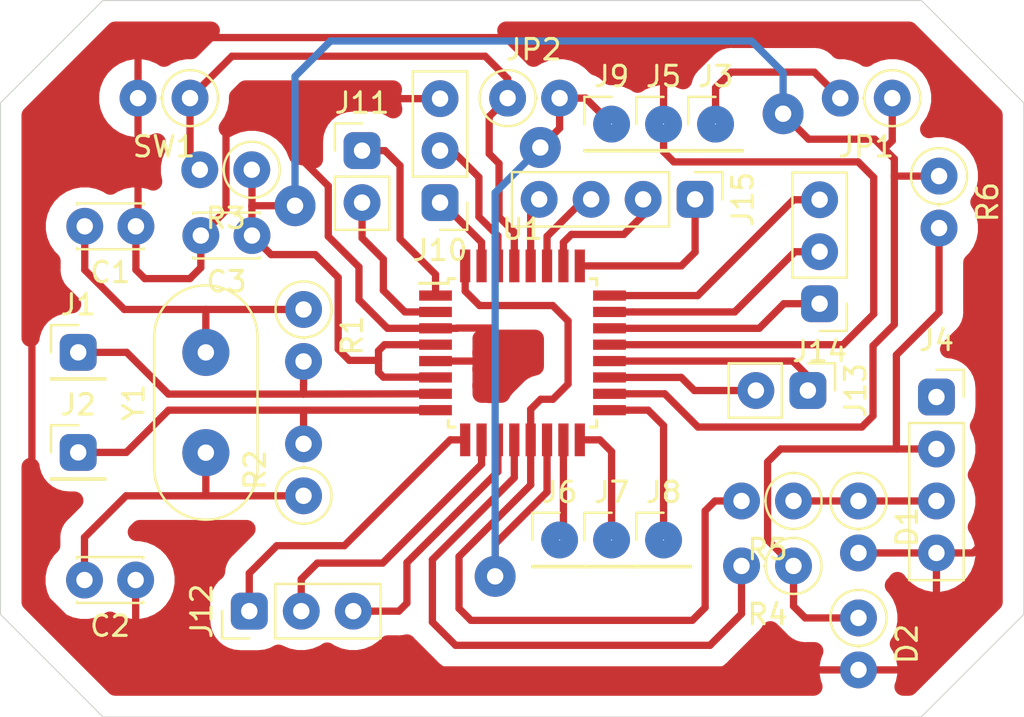
<source format=kicad_pcb>
(kicad_pcb (version 20171130) (host pcbnew 5.1.5)

  (general
    (thickness 1.6)
    (drawings 8)
    (tracks 273)
    (zones 0)
    (modules 31)
    (nets 34)
  )

  (page A4)
  (layers
    (0 F.Cu signal)
    (31 B.Cu signal)
    (32 B.Adhes user)
    (33 F.Adhes user)
    (34 B.Paste user)
    (35 F.Paste user)
    (36 B.SilkS user)
    (37 F.SilkS user)
    (38 B.Mask user)
    (39 F.Mask user)
    (40 Dwgs.User user)
    (41 Cmts.User user)
    (42 Eco1.User user)
    (43 Eco2.User user)
    (44 Edge.Cuts user)
    (45 Margin user)
    (46 B.CrtYd user)
    (47 F.CrtYd user)
    (48 B.Fab user)
    (49 F.Fab user)
  )

  (setup
    (last_trace_width 0.25)
    (user_trace_width 0.3048)
    (user_trace_width 0.3556)
    (trace_clearance 0.2)
    (zone_clearance 1)
    (zone_45_only yes)
    (trace_min 0.2)
    (via_size 0.8)
    (via_drill 0.4)
    (via_min_size 0.4)
    (via_min_drill 0.3)
    (uvia_size 0.3)
    (uvia_drill 0.1)
    (uvias_allowed no)
    (uvia_min_size 0.2)
    (uvia_min_drill 0.1)
    (edge_width 0.05)
    (segment_width 0.2)
    (pcb_text_width 0.3)
    (pcb_text_size 1.5 1.5)
    (mod_edge_width 0.12)
    (mod_text_size 1 1)
    (mod_text_width 0.15)
    (pad_size 1.8 1.8)
    (pad_drill 0.05)
    (pad_to_mask_clearance 0.051)
    (solder_mask_min_width 0.25)
    (aux_axis_origin 0 0)
    (visible_elements FFFFFF7F)
    (pcbplotparams
      (layerselection 0x010fc_ffffffff)
      (usegerberextensions false)
      (usegerberattributes false)
      (usegerberadvancedattributes false)
      (creategerberjobfile false)
      (excludeedgelayer true)
      (linewidth 0.100000)
      (plotframeref false)
      (viasonmask false)
      (mode 1)
      (useauxorigin false)
      (hpglpennumber 1)
      (hpglpenspeed 20)
      (hpglpendiameter 15.000000)
      (psnegative false)
      (psa4output false)
      (plotreference true)
      (plotvalue true)
      (plotinvisibletext false)
      (padsonsilk false)
      (subtractmaskfromsilk false)
      (outputformat 1)
      (mirror false)
      (drillshape 1)
      (scaleselection 1)
      (outputdirectory ""))
  )

  (net 0 "")
  (net 1 "Net-(J1-Pad1)")
  (net 2 GND)
  (net 3 +5V)
  (net 4 "Net-(C1-Pad2)")
  (net 5 "Net-(C2-Pad2)")
  (net 6 "Net-(J2-Pad1)")
  (net 7 "Net-(D1-Pad1)")
  (net 8 "Net-(D2-Pad1)")
  (net 9 "Net-(J3-Pad1)")
  (net 10 "Net-(J4-Pad1)")
  (net 11 "Net-(JP2-Pad1)")
  (net 12 "Net-(R4-Pad2)")
  (net 13 "Net-(R5-Pad2)")
  (net 14 "Net-(J6-Pad1)")
  (net 15 "Net-(J7-Pad1)")
  (net 16 "Net-(J8-Pad1)")
  (net 17 "Net-(J9-Pad1)")
  (net 18 "Net-(J10-Pad1)")
  (net 19 "Net-(J10-Pad2)")
  (net 20 "Net-(J11-Pad1)")
  (net 21 "Net-(J11-Pad2)")
  (net 22 "Net-(J12-Pad1)")
  (net 23 "Net-(J12-Pad2)")
  (net 24 "Net-(J12-Pad3)")
  (net 25 "Net-(J13-Pad1)")
  (net 26 "Net-(J13-Pad2)")
  (net 27 "Net-(J14-Pad1)")
  (net 28 "Net-(J14-Pad2)")
  (net 29 "Net-(J14-Pad3)")
  (net 30 "Net-(J15-Pad1)")
  (net 31 "Net-(J15-Pad2)")
  (net 32 "Net-(J15-Pad3)")
  (net 33 "Net-(J15-Pad4)")

  (net_class Default "This is the default net class."
    (clearance 0.2)
    (trace_width 0.25)
    (via_dia 0.8)
    (via_drill 0.4)
    (uvia_dia 0.3)
    (uvia_drill 0.1)
    (add_net +5V)
    (add_net GND)
    (add_net "Net-(C1-Pad2)")
    (add_net "Net-(C2-Pad2)")
    (add_net "Net-(D1-Pad1)")
    (add_net "Net-(D2-Pad1)")
    (add_net "Net-(J1-Pad1)")
    (add_net "Net-(J10-Pad1)")
    (add_net "Net-(J10-Pad2)")
    (add_net "Net-(J11-Pad1)")
    (add_net "Net-(J11-Pad2)")
    (add_net "Net-(J12-Pad1)")
    (add_net "Net-(J12-Pad2)")
    (add_net "Net-(J12-Pad3)")
    (add_net "Net-(J13-Pad1)")
    (add_net "Net-(J13-Pad2)")
    (add_net "Net-(J14-Pad1)")
    (add_net "Net-(J14-Pad2)")
    (add_net "Net-(J14-Pad3)")
    (add_net "Net-(J15-Pad1)")
    (add_net "Net-(J15-Pad2)")
    (add_net "Net-(J15-Pad3)")
    (add_net "Net-(J15-Pad4)")
    (add_net "Net-(J2-Pad1)")
    (add_net "Net-(J3-Pad1)")
    (add_net "Net-(J4-Pad1)")
    (add_net "Net-(J6-Pad1)")
    (add_net "Net-(J7-Pad1)")
    (add_net "Net-(J8-Pad1)")
    (add_net "Net-(J9-Pad1)")
    (add_net "Net-(JP2-Pad1)")
    (add_net "Net-(R4-Pad2)")
    (add_net "Net-(R5-Pad2)")
  )

  (module Crystal:Crystal_HC50_Vertical (layer F.Cu) (tedit 5E5A28F2) (tstamp 5E49439B)
    (at 130.03302 82.0951 90)
    (descr "Crystal THT HC-50, http://www.crovencrystals.com/croven_pdf/HC-50_Crystal_Holder_Rev_00.pdf")
    (tags "THT crystalHC-50")
    (path /5E1F7F17)
    (fp_text reference Y1 (at 2.45 -3.525 90) (layer F.SilkS)
      (effects (font (size 1 1) (thickness 0.15)))
    )
    (fp_text value 12MHz (at 2.45 3.525 90) (layer F.Fab)
      (effects (font (size 1 1) (thickness 0.15)))
    )
    (fp_text user %R (at 2.45 0 90) (layer F.Fab)
      (effects (font (size 1 1) (thickness 0.15)))
    )
    (fp_line (start -0.75 -2.325) (end 5.65 -2.325) (layer F.Fab) (width 0.1))
    (fp_line (start -0.75 2.325) (end 5.65 2.325) (layer F.Fab) (width 0.1))
    (fp_line (start -0.75 -1.9) (end 5.65 -1.9) (layer F.Fab) (width 0.1))
    (fp_line (start -0.75 1.9) (end 5.65 1.9) (layer F.Fab) (width 0.1))
    (fp_line (start -0.75 -2.525) (end 5.65 -2.525) (layer F.SilkS) (width 0.12))
    (fp_line (start -0.75 2.525) (end 5.65 2.525) (layer F.SilkS) (width 0.12))
    (fp_line (start -3.6 -2.8) (end -3.6 2.8) (layer F.CrtYd) (width 0.05))
    (fp_line (start -3.6 2.8) (end 8.5 2.8) (layer F.CrtYd) (width 0.05))
    (fp_line (start 8.5 2.8) (end 8.5 -2.8) (layer F.CrtYd) (width 0.05))
    (fp_line (start 8.5 -2.8) (end -3.6 -2.8) (layer F.CrtYd) (width 0.05))
    (fp_arc (start -0.75 0) (end -0.75 -2.325) (angle -180) (layer F.Fab) (width 0.1))
    (fp_arc (start 5.65 0) (end 5.65 -2.325) (angle 180) (layer F.Fab) (width 0.1))
    (fp_arc (start -0.75 0) (end -0.75 -1.9) (angle -180) (layer F.Fab) (width 0.1))
    (fp_arc (start 5.65 0) (end 5.65 -1.9) (angle 180) (layer F.Fab) (width 0.1))
    (fp_arc (start -0.75 0) (end -0.75 -2.525) (angle -180) (layer F.SilkS) (width 0.12))
    (fp_arc (start 5.65 0) (end 5.65 -2.525) (angle 180) (layer F.SilkS) (width 0.12))
    (pad 1 thru_hole circle (at 0 0 90) (size 2.3 2.3) (drill 0.8) (layers *.Cu *.Mask)
      (net 5 "Net-(C2-Pad2)"))
    (pad 2 thru_hole circle (at 4.9 0 90) (size 2.3 2.3) (drill 0.8) (layers *.Cu *.Mask)
      (net 4 "Net-(C1-Pad2)"))
    (model ${KISYS3DMOD}/Crystal.3dshapes/Crystal_HC50_Vertical.wrl
      (at (xyz 0 0 0))
      (scale (xyz 1 1 1))
      (rotate (xyz 0 0 0))
    )
  )

  (module Package_QFP:TQFP-32_7x7mm_P0.8mm (layer F.Cu) (tedit 5E1F5627) (tstamp 5E49457D)
    (at 145.5067 77.2183)
    (descr "32-Lead Plastic Thin Quad Flatpack (PT) - 7x7x1.0 mm Body, 2.00 mm [TQFP] (see Microchip Packaging Specification 00000049BS.pdf)")
    (tags "QFP 0.8")
    (path /5E1F5618)
    (attr smd)
    (fp_text reference U1 (at 0 -6.05) (layer F.SilkS)
      (effects (font (size 1 1) (thickness 0.15)))
    )
    (fp_text value ATmega48PA-AU (at 0 6.05) (layer F.Fab)
      (effects (font (size 1 1) (thickness 0.15)))
    )
    (fp_text user %R (at 0 0) (layer F.Fab)
      (effects (font (size 1 1) (thickness 0.15)))
    )
    (fp_line (start -2.5 -3.5) (end 3.5 -3.5) (layer F.Fab) (width 0.15))
    (fp_line (start 3.5 -3.5) (end 3.5 3.5) (layer F.Fab) (width 0.15))
    (fp_line (start 3.5 3.5) (end -3.5 3.5) (layer F.Fab) (width 0.15))
    (fp_line (start -3.5 3.5) (end -3.5 -2.5) (layer F.Fab) (width 0.15))
    (fp_line (start -3.5 -2.5) (end -2.5 -3.5) (layer F.Fab) (width 0.15))
    (fp_line (start -5.3 -5.3) (end -5.3 5.3) (layer F.CrtYd) (width 0.05))
    (fp_line (start 5.3 -5.3) (end 5.3 5.3) (layer F.CrtYd) (width 0.05))
    (fp_line (start -5.3 -5.3) (end 5.3 -5.3) (layer F.CrtYd) (width 0.05))
    (fp_line (start -5.3 5.3) (end 5.3 5.3) (layer F.CrtYd) (width 0.05))
    (fp_line (start -3.625 -3.625) (end -3.625 -3.4) (layer F.SilkS) (width 0.15))
    (fp_line (start 3.625 -3.625) (end 3.625 -3.3) (layer F.SilkS) (width 0.15))
    (fp_line (start 3.625 3.625) (end 3.625 3.3) (layer F.SilkS) (width 0.15))
    (fp_line (start -3.625 3.625) (end -3.625 3.3) (layer F.SilkS) (width 0.15))
    (fp_line (start -3.625 -3.625) (end -3.3 -3.625) (layer F.SilkS) (width 0.15))
    (fp_line (start -3.625 3.625) (end -3.3 3.625) (layer F.SilkS) (width 0.15))
    (fp_line (start 3.625 3.625) (end 3.3 3.625) (layer F.SilkS) (width 0.15))
    (fp_line (start 3.625 -3.625) (end 3.3 -3.625) (layer F.SilkS) (width 0.15))
    (fp_line (start -3.625 -3.4) (end -5.05 -3.4) (layer F.SilkS) (width 0.15))
    (pad 1 smd rect (at -4.25 -2.8) (size 1.6 0.5) (layers F.Cu F.Paste F.Mask)
      (net 20 "Net-(J11-Pad1)"))
    (pad 2 smd rect (at -4.25 -2) (size 1.6 0.5) (layers F.Cu F.Paste F.Mask)
      (net 21 "Net-(J11-Pad2)"))
    (pad 3 smd rect (at -4.25 -1.2) (size 1.6 0.5) (layers F.Cu F.Paste F.Mask)
      (net 2 GND))
    (pad 4 smd rect (at -4.25 -0.4) (size 1.6 0.5) (layers F.Cu F.Paste F.Mask)
      (net 3 +5V))
    (pad 5 smd rect (at -4.25 0.4) (size 1.6 0.5) (layers F.Cu F.Paste F.Mask)
      (net 2 GND))
    (pad 6 smd rect (at -4.25 1.2) (size 1.6 0.5) (layers F.Cu F.Paste F.Mask)
      (net 3 +5V))
    (pad 7 smd rect (at -4.25 2) (size 1.6 0.5) (layers F.Cu F.Paste F.Mask)
      (net 1 "Net-(J1-Pad1)"))
    (pad 8 smd rect (at -4.25 2.8) (size 1.6 0.5) (layers F.Cu F.Paste F.Mask)
      (net 6 "Net-(J2-Pad1)"))
    (pad 9 smd rect (at -2.8 4.25 90) (size 1.6 0.5) (layers F.Cu F.Paste F.Mask)
      (net 22 "Net-(J12-Pad1)"))
    (pad 10 smd rect (at -2 4.25 90) (size 1.6 0.5) (layers F.Cu F.Paste F.Mask)
      (net 23 "Net-(J12-Pad2)"))
    (pad 11 smd rect (at -1.2 4.25 90) (size 1.6 0.5) (layers F.Cu F.Paste F.Mask)
      (net 24 "Net-(J12-Pad3)"))
    (pad 12 smd rect (at -0.4 4.25 90) (size 1.6 0.5) (layers F.Cu F.Paste F.Mask)
      (net 12 "Net-(R4-Pad2)"))
    (pad 13 smd rect (at 0.4 4.25 90) (size 1.6 0.5) (layers F.Cu F.Paste F.Mask)
      (net 13 "Net-(R5-Pad2)"))
    (pad 14 smd rect (at 1.2 4.25 90) (size 1.6 0.5) (layers F.Cu F.Paste F.Mask)
      (net 17 "Net-(J9-Pad1)"))
    (pad 15 smd rect (at 2 4.25 90) (size 1.6 0.5) (layers F.Cu F.Paste F.Mask)
      (net 14 "Net-(J6-Pad1)"))
    (pad 16 smd rect (at 2.8 4.25 90) (size 1.6 0.5) (layers F.Cu F.Paste F.Mask)
      (net 15 "Net-(J7-Pad1)"))
    (pad 17 smd rect (at 4.25 2.8) (size 1.6 0.5) (layers F.Cu F.Paste F.Mask)
      (net 16 "Net-(J8-Pad1)"))
    (pad 18 smd rect (at 4.25 2) (size 1.6 0.5) (layers F.Cu F.Paste F.Mask)
      (net 3 +5V))
    (pad 19 smd rect (at 4.25 1.2) (size 1.6 0.5) (layers F.Cu F.Paste F.Mask)
      (net 26 "Net-(J13-Pad2)"))
    (pad 20 smd rect (at 4.25 0.4) (size 1.6 0.5) (layers F.Cu F.Paste F.Mask)
      (net 25 "Net-(J13-Pad1)"))
    (pad 21 smd rect (at 4.25 -0.4) (size 1.6 0.5) (layers F.Cu F.Paste F.Mask)
      (net 2 GND))
    (pad 22 smd rect (at 4.25 -1.2) (size 1.6 0.5) (layers F.Cu F.Paste F.Mask)
      (net 27 "Net-(J14-Pad1)"))
    (pad 23 smd rect (at 4.25 -2) (size 1.6 0.5) (layers F.Cu F.Paste F.Mask)
      (net 28 "Net-(J14-Pad2)"))
    (pad 24 smd rect (at 4.25 -2.8) (size 1.6 0.5) (layers F.Cu F.Paste F.Mask)
      (net 29 "Net-(J14-Pad3)"))
    (pad 25 smd rect (at 2.8 -4.25 90) (size 1.6 0.5) (layers F.Cu F.Paste F.Mask)
      (net 30 "Net-(J15-Pad1)"))
    (pad 26 smd rect (at 2 -4.25 90) (size 1.6 0.5) (layers F.Cu F.Paste F.Mask)
      (net 31 "Net-(J15-Pad2)"))
    (pad 27 smd rect (at 1.2 -4.25 90) (size 1.6 0.5) (layers F.Cu F.Paste F.Mask)
      (net 32 "Net-(J15-Pad3)"))
    (pad 28 smd rect (at 0.4 -4.25 90) (size 1.6 0.5) (layers F.Cu F.Paste F.Mask)
      (net 33 "Net-(J15-Pad4)"))
    (pad 29 smd rect (at -0.4 -4.25 90) (size 1.6 0.5) (layers F.Cu F.Paste F.Mask)
      (net 11 "Net-(JP2-Pad1)"))
    (pad 30 smd rect (at -1.2 -4.25 90) (size 1.6 0.5) (layers F.Cu F.Paste F.Mask)
      (net 19 "Net-(J10-Pad2)"))
    (pad 31 smd rect (at -2 -4.25 90) (size 1.6 0.5) (layers F.Cu F.Paste F.Mask)
      (net 18 "Net-(J10-Pad1)"))
    (pad 32 smd rect (at -2.8 -4.25 90) (size 1.6 0.5) (layers F.Cu F.Paste F.Mask)
      (net 13 "Net-(R5-Pad2)"))
    (model ${KISYS3DMOD}/Package_QFP.3dshapes/TQFP-32_7x7mm_P0.8mm.wrl
      (at (xyz 0 0 0))
      (scale (xyz 1 1 1))
      (rotate (xyz 0 0 0))
    )
  )

  (module Capacitor_THT:C_Disc_D3.0mm_W2.0mm_P2.50mm (layer F.Cu) (tedit 5AE50EF0) (tstamp 5E5A45B1)
    (at 126.61672 71.0334 180)
    (descr "C, Disc series, Radial, pin pitch=2.50mm, , diameter*width=3*2mm^2, Capacitor")
    (tags "C Disc series Radial pin pitch 2.50mm  diameter 3mm width 2mm Capacitor")
    (path /5E350C48)
    (fp_text reference C1 (at 1.25 -2.25) (layer F.SilkS)
      (effects (font (size 1 1) (thickness 0.15)))
    )
    (fp_text value 22pf (at 1.25 2.25) (layer F.Fab)
      (effects (font (size 1 1) (thickness 0.15)))
    )
    (fp_line (start -0.25 -1) (end -0.25 1) (layer F.Fab) (width 0.1))
    (fp_line (start -0.25 1) (end 2.75 1) (layer F.Fab) (width 0.1))
    (fp_line (start 2.75 1) (end 2.75 -1) (layer F.Fab) (width 0.1))
    (fp_line (start 2.75 -1) (end -0.25 -1) (layer F.Fab) (width 0.1))
    (fp_line (start -0.37 -1.12) (end 2.87 -1.12) (layer F.SilkS) (width 0.12))
    (fp_line (start -0.37 1.12) (end 2.87 1.12) (layer F.SilkS) (width 0.12))
    (fp_line (start -0.37 -1.12) (end -0.37 -1.055) (layer F.SilkS) (width 0.12))
    (fp_line (start -0.37 1.055) (end -0.37 1.12) (layer F.SilkS) (width 0.12))
    (fp_line (start 2.87 -1.12) (end 2.87 -1.055) (layer F.SilkS) (width 0.12))
    (fp_line (start 2.87 1.055) (end 2.87 1.12) (layer F.SilkS) (width 0.12))
    (fp_line (start -1.05 -1.25) (end -1.05 1.25) (layer F.CrtYd) (width 0.05))
    (fp_line (start -1.05 1.25) (end 3.55 1.25) (layer F.CrtYd) (width 0.05))
    (fp_line (start 3.55 1.25) (end 3.55 -1.25) (layer F.CrtYd) (width 0.05))
    (fp_line (start 3.55 -1.25) (end -1.05 -1.25) (layer F.CrtYd) (width 0.05))
    (fp_text user %R (at 1.25 0) (layer F.Fab)
      (effects (font (size 0.6 0.6) (thickness 0.09)))
    )
    (pad 1 thru_hole circle (at 0 0 180) (size 1.8 1.8) (drill 0.8) (layers *.Cu *.Mask)
      (net 2 GND))
    (pad 2 thru_hole circle (at 2.5 0 180) (size 1.8 1.8) (drill 0.8) (layers *.Cu *.Mask)
      (net 4 "Net-(C1-Pad2)"))
    (model ${KISYS3DMOD}/Capacitor_THT.3dshapes/C_Disc_D3.0mm_W2.0mm_P2.50mm.wrl
      (at (xyz 0 0 0))
      (scale (xyz 1 1 1))
      (rotate (xyz 0 0 0))
    )
  )

  (module Capacitor_THT:C_Disc_D3.0mm_W2.0mm_P2.50mm (layer F.Cu) (tedit 5E5A2C4F) (tstamp 5E5A44CD)
    (at 126.60402 88.3181 180)
    (descr "C, Disc series, Radial, pin pitch=2.50mm, , diameter*width=3*2mm^2, Capacitor")
    (tags "C Disc series Radial pin pitch 2.50mm  diameter 3mm width 2mm Capacitor")
    (path /5E3517A0)
    (fp_text reference C2 (at 1.25 -2.25) (layer F.SilkS)
      (effects (font (size 1 1) (thickness 0.15)))
    )
    (fp_text value 22pf (at 1.25 2.25) (layer F.Fab)
      (effects (font (size 1 1) (thickness 0.15)))
    )
    (fp_text user %R (at 1.25 0) (layer F.Fab)
      (effects (font (size 0.6 0.6) (thickness 0.09)))
    )
    (fp_line (start 3.55 -1.25) (end -1.05 -1.25) (layer F.CrtYd) (width 0.05))
    (fp_line (start 3.55 1.25) (end 3.55 -1.25) (layer F.CrtYd) (width 0.05))
    (fp_line (start -1.05 1.25) (end 3.55 1.25) (layer F.CrtYd) (width 0.05))
    (fp_line (start -1.05 -1.25) (end -1.05 1.25) (layer F.CrtYd) (width 0.05))
    (fp_line (start 2.87 1.055) (end 2.87 1.12) (layer F.SilkS) (width 0.12))
    (fp_line (start 2.87 -1.12) (end 2.87 -1.055) (layer F.SilkS) (width 0.12))
    (fp_line (start -0.37 1.055) (end -0.37 1.12) (layer F.SilkS) (width 0.12))
    (fp_line (start -0.37 -1.12) (end -0.37 -1.055) (layer F.SilkS) (width 0.12))
    (fp_line (start -0.37 1.12) (end 2.87 1.12) (layer F.SilkS) (width 0.12))
    (fp_line (start -0.37 -1.12) (end 2.87 -1.12) (layer F.SilkS) (width 0.12))
    (fp_line (start 2.75 -1) (end -0.25 -1) (layer F.Fab) (width 0.1))
    (fp_line (start 2.75 1) (end 2.75 -1) (layer F.Fab) (width 0.1))
    (fp_line (start -0.25 1) (end 2.75 1) (layer F.Fab) (width 0.1))
    (fp_line (start -0.25 -1) (end -0.25 1) (layer F.Fab) (width 0.1))
    (pad 2 thru_hole circle (at 2.5 0 180) (size 1.8 1.8) (drill 0.8) (layers *.Cu *.Mask)
      (net 5 "Net-(C2-Pad2)"))
    (pad 1 thru_hole circle (at 0 0 180) (size 1.8 1.8) (drill 0.8) (layers *.Cu *.Mask)
      (net 2 GND))
    (model ${KISYS3DMOD}/Capacitor_THT.3dshapes/C_Disc_D3.0mm_W2.0mm_P2.50mm.wrl
      (at (xyz 0 0 0))
      (scale (xyz 1 1 1))
      (rotate (xyz 0 0 0))
    )
  )

  (module Connector_PinHeader_2.54mm:PinHeader_1x01_P2.54mm_Vertical (layer F.Cu) (tedit 59FED5CC) (tstamp 5E494213)
    (at 123.7963 82.0824)
    (descr "Through hole straight pin header, 1x01, 2.54mm pitch, single row")
    (tags "Through hole pin header THT 1x01 2.54mm single row")
    (path /5E4933AF)
    (fp_text reference J2 (at 0 -2.33) (layer F.SilkS)
      (effects (font (size 1 1) (thickness 0.15)))
    )
    (fp_text value x2 (at 0 2.33) (layer F.Fab)
      (effects (font (size 1 1) (thickness 0.15)))
    )
    (fp_text user %R (at 0 0 90) (layer F.Fab)
      (effects (font (size 1 1) (thickness 0.15)))
    )
    (fp_line (start 1.8 -1.8) (end -1.8 -1.8) (layer F.CrtYd) (width 0.05))
    (fp_line (start 1.8 1.8) (end 1.8 -1.8) (layer F.CrtYd) (width 0.05))
    (fp_line (start -1.8 1.8) (end 1.8 1.8) (layer F.CrtYd) (width 0.05))
    (fp_line (start -1.8 -1.8) (end -1.8 1.8) (layer F.CrtYd) (width 0.05))
    (fp_line (start -1.33 -1.33) (end 0 -1.33) (layer F.SilkS) (width 0.12))
    (fp_line (start -1.33 0) (end -1.33 -1.33) (layer F.SilkS) (width 0.12))
    (fp_line (start -1.33 1.27) (end 1.33 1.27) (layer F.SilkS) (width 0.12))
    (fp_line (start 1.33 1.27) (end 1.33 1.33) (layer F.SilkS) (width 0.12))
    (fp_line (start -1.33 1.27) (end -1.33 1.33) (layer F.SilkS) (width 0.12))
    (fp_line (start -1.33 1.33) (end 1.33 1.33) (layer F.SilkS) (width 0.12))
    (fp_line (start -1.27 -0.635) (end -0.635 -1.27) (layer F.Fab) (width 0.1))
    (fp_line (start -1.27 1.27) (end -1.27 -0.635) (layer F.Fab) (width 0.1))
    (fp_line (start 1.27 1.27) (end -1.27 1.27) (layer F.Fab) (width 0.1))
    (fp_line (start 1.27 -1.27) (end 1.27 1.27) (layer F.Fab) (width 0.1))
    (fp_line (start -0.635 -1.27) (end 1.27 -1.27) (layer F.Fab) (width 0.1))
    (pad 1 thru_hole roundrect (at 0 0) (size 1.8 1.8) (drill 0.8) (layers *.Cu *.Mask) (roundrect_rratio 0.25)
      (net 6 "Net-(J2-Pad1)"))
    (model ${KISYS3DMOD}/Connector_PinHeader_2.54mm.3dshapes/PinHeader_1x01_P2.54mm_Vertical.wrl
      (at (xyz 0 0 0))
      (scale (xyz 1 1 1))
      (rotate (xyz 0 0 0))
    )
  )

  (module Connector_PinHeader_2.54mm:PinHeader_1x01_P2.54mm_Vertical (layer F.Cu) (tedit 59FED5CC) (tstamp 5E4941D7)
    (at 123.7963 77.1929)
    (descr "Through hole straight pin header, 1x01, 2.54mm pitch, single row")
    (tags "Through hole pin header THT 1x01 2.54mm single row")
    (path /5E491ABB)
    (fp_text reference J1 (at 0 -2.33) (layer F.SilkS)
      (effects (font (size 1 1) (thickness 0.15)))
    )
    (fp_text value x1 (at 0 2.33) (layer F.Fab)
      (effects (font (size 1 1) (thickness 0.15)))
    )
    (fp_line (start -0.635 -1.27) (end 1.27 -1.27) (layer F.Fab) (width 0.1))
    (fp_line (start 1.27 -1.27) (end 1.27 1.27) (layer F.Fab) (width 0.1))
    (fp_line (start 1.27 1.27) (end -1.27 1.27) (layer F.Fab) (width 0.1))
    (fp_line (start -1.27 1.27) (end -1.27 -0.635) (layer F.Fab) (width 0.1))
    (fp_line (start -1.27 -0.635) (end -0.635 -1.27) (layer F.Fab) (width 0.1))
    (fp_line (start -1.33 1.33) (end 1.33 1.33) (layer F.SilkS) (width 0.12))
    (fp_line (start -1.33 1.27) (end -1.33 1.33) (layer F.SilkS) (width 0.12))
    (fp_line (start 1.33 1.27) (end 1.33 1.33) (layer F.SilkS) (width 0.12))
    (fp_line (start -1.33 1.27) (end 1.33 1.27) (layer F.SilkS) (width 0.12))
    (fp_line (start -1.33 0) (end -1.33 -1.33) (layer F.SilkS) (width 0.12))
    (fp_line (start -1.33 -1.33) (end 0 -1.33) (layer F.SilkS) (width 0.12))
    (fp_line (start -1.8 -1.8) (end -1.8 1.8) (layer F.CrtYd) (width 0.05))
    (fp_line (start -1.8 1.8) (end 1.8 1.8) (layer F.CrtYd) (width 0.05))
    (fp_line (start 1.8 1.8) (end 1.8 -1.8) (layer F.CrtYd) (width 0.05))
    (fp_line (start 1.8 -1.8) (end -1.8 -1.8) (layer F.CrtYd) (width 0.05))
    (fp_text user %R (at 0 0 90) (layer F.Fab)
      (effects (font (size 1 1) (thickness 0.15)))
    )
    (pad 1 thru_hole roundrect (at 0 0) (size 1.8 1.8) (drill 0.8) (layers *.Cu *.Mask) (roundrect_rratio 0.25)
      (net 1 "Net-(J1-Pad1)"))
    (model ${KISYS3DMOD}/Connector_PinHeader_2.54mm.3dshapes/PinHeader_1x01_P2.54mm_Vertical.wrl
      (at (xyz 0 0 0))
      (scale (xyz 1 1 1))
      (rotate (xyz 0 0 0))
    )
  )

  (module Resistor_THT:R_Axial_DIN0207_L6.3mm_D2.5mm_P2.54mm_Vertical (layer F.Cu) (tedit 5AE5139B) (tstamp 5E4941A7)
    (at 134.80822 75.0974 270)
    (descr "Resistor, Axial_DIN0207 series, Axial, Vertical, pin pitch=2.54mm, 0.25W = 1/4W, length*diameter=6.3*2.5mm^2, http://cdn-reichelt.de/documents/datenblatt/B400/1_4W%23YAG.pdf")
    (tags "Resistor Axial_DIN0207 series Axial Vertical pin pitch 2.54mm 0.25W = 1/4W length 6.3mm diameter 2.5mm")
    (path /5E35AA58)
    (fp_text reference R1 (at 1.27 -2.37 90) (layer F.SilkS)
      (effects (font (size 1 1) (thickness 0.15)))
    )
    (fp_text value R (at 1.27 2.37 90) (layer F.Fab)
      (effects (font (size 1 1) (thickness 0.15)))
    )
    (fp_circle (center 0 0) (end 1.25 0) (layer F.Fab) (width 0.1))
    (fp_circle (center 0 0) (end 1.37 0) (layer F.SilkS) (width 0.12))
    (fp_line (start 0 0) (end 2.54 0) (layer F.Fab) (width 0.1))
    (fp_line (start 1.37 0) (end 1.44 0) (layer F.SilkS) (width 0.12))
    (fp_line (start -1.5 -1.5) (end -1.5 1.5) (layer F.CrtYd) (width 0.05))
    (fp_line (start -1.5 1.5) (end 3.59 1.5) (layer F.CrtYd) (width 0.05))
    (fp_line (start 3.59 1.5) (end 3.59 -1.5) (layer F.CrtYd) (width 0.05))
    (fp_line (start 3.59 -1.5) (end -1.5 -1.5) (layer F.CrtYd) (width 0.05))
    (fp_text user %R (at 1.27 -2.37 90) (layer F.Fab)
      (effects (font (size 1 1) (thickness 0.15)))
    )
    (pad 1 thru_hole circle (at 0 0 270) (size 1.8 1.8) (drill 0.8) (layers *.Cu *.Mask)
      (net 4 "Net-(C1-Pad2)"))
    (pad 2 thru_hole oval (at 2.54 0 270) (size 1.8 1.8) (drill 0.8) (layers *.Cu *.Mask)
      (net 1 "Net-(J1-Pad1)"))
    (model ${KISYS3DMOD}/Resistor_THT.3dshapes/R_Axial_DIN0207_L6.3mm_D2.5mm_P2.54mm_Vertical.wrl
      (at (xyz 0 0 0))
      (scale (xyz 1 1 1))
      (rotate (xyz 0 0 0))
    )
  )

  (module Resistor_THT:R_Axial_DIN0207_L6.3mm_D2.5mm_P2.54mm_Vertical (layer F.Cu) (tedit 5AE5139B) (tstamp 5E494369)
    (at 134.80822 84.2033 90)
    (descr "Resistor, Axial_DIN0207 series, Axial, Vertical, pin pitch=2.54mm, 0.25W = 1/4W, length*diameter=6.3*2.5mm^2, http://cdn-reichelt.de/documents/datenblatt/B400/1_4W%23YAG.pdf")
    (tags "Resistor Axial_DIN0207 series Axial Vertical pin pitch 2.54mm 0.25W = 1/4W length 6.3mm diameter 2.5mm")
    (path /5E35BAD5)
    (fp_text reference R2 (at 1.27 -2.37 90) (layer F.SilkS)
      (effects (font (size 1 1) (thickness 0.15)))
    )
    (fp_text value R (at 1.27 2.37 90) (layer F.Fab)
      (effects (font (size 1 1) (thickness 0.15)))
    )
    (fp_text user %R (at 1.27 -2.37 90) (layer F.Fab)
      (effects (font (size 1 1) (thickness 0.15)))
    )
    (fp_line (start 3.59 -1.5) (end -1.5 -1.5) (layer F.CrtYd) (width 0.05))
    (fp_line (start 3.59 1.5) (end 3.59 -1.5) (layer F.CrtYd) (width 0.05))
    (fp_line (start -1.5 1.5) (end 3.59 1.5) (layer F.CrtYd) (width 0.05))
    (fp_line (start -1.5 -1.5) (end -1.5 1.5) (layer F.CrtYd) (width 0.05))
    (fp_line (start 1.37 0) (end 1.44 0) (layer F.SilkS) (width 0.12))
    (fp_line (start 0 0) (end 2.54 0) (layer F.Fab) (width 0.1))
    (fp_circle (center 0 0) (end 1.37 0) (layer F.SilkS) (width 0.12))
    (fp_circle (center 0 0) (end 1.25 0) (layer F.Fab) (width 0.1))
    (pad 2 thru_hole oval (at 2.54 0 90) (size 1.8 1.8) (drill 0.8) (layers *.Cu *.Mask)
      (net 6 "Net-(J2-Pad1)"))
    (pad 1 thru_hole circle (at 0 0 90) (size 1.8 1.8) (drill 0.8) (layers *.Cu *.Mask)
      (net 5 "Net-(C2-Pad2)"))
    (model ${KISYS3DMOD}/Resistor_THT.3dshapes/R_Axial_DIN0207_L6.3mm_D2.5mm_P2.54mm_Vertical.wrl
      (at (xyz 0 0 0))
      (scale (xyz 1 1 1))
      (rotate (xyz 0 0 0))
    )
  )

  (module Capacitor_THT:C_Disc_D3.0mm_W2.0mm_P2.50mm (layer F.Cu) (tedit 5AE50EF0) (tstamp 5E5A450F)
    (at 132.28828 71.48576 180)
    (descr "C, Disc series, Radial, pin pitch=2.50mm, , diameter*width=3*2mm^2, Capacitor")
    (tags "C Disc series Radial pin pitch 2.50mm  diameter 3mm width 2mm Capacitor")
    (path /5E4BAA0E)
    (fp_text reference C3 (at 1.25 -2.25) (layer F.SilkS)
      (effects (font (size 1 1) (thickness 0.15)))
    )
    (fp_text value 100nf (at 1.25 2.25) (layer F.Fab)
      (effects (font (size 1 1) (thickness 0.15)))
    )
    (fp_line (start -0.25 -1) (end -0.25 1) (layer F.Fab) (width 0.1))
    (fp_line (start -0.25 1) (end 2.75 1) (layer F.Fab) (width 0.1))
    (fp_line (start 2.75 1) (end 2.75 -1) (layer F.Fab) (width 0.1))
    (fp_line (start 2.75 -1) (end -0.25 -1) (layer F.Fab) (width 0.1))
    (fp_line (start -0.37 -1.12) (end 2.87 -1.12) (layer F.SilkS) (width 0.12))
    (fp_line (start -0.37 1.12) (end 2.87 1.12) (layer F.SilkS) (width 0.12))
    (fp_line (start -0.37 -1.12) (end -0.37 -1.055) (layer F.SilkS) (width 0.12))
    (fp_line (start -0.37 1.055) (end -0.37 1.12) (layer F.SilkS) (width 0.12))
    (fp_line (start 2.87 -1.12) (end 2.87 -1.055) (layer F.SilkS) (width 0.12))
    (fp_line (start 2.87 1.055) (end 2.87 1.12) (layer F.SilkS) (width 0.12))
    (fp_line (start -1.05 -1.25) (end -1.05 1.25) (layer F.CrtYd) (width 0.05))
    (fp_line (start -1.05 1.25) (end 3.55 1.25) (layer F.CrtYd) (width 0.05))
    (fp_line (start 3.55 1.25) (end 3.55 -1.25) (layer F.CrtYd) (width 0.05))
    (fp_line (start 3.55 -1.25) (end -1.05 -1.25) (layer F.CrtYd) (width 0.05))
    (fp_text user %R (at 1.25 0) (layer F.Fab)
      (effects (font (size 0.6 0.6) (thickness 0.09)))
    )
    (pad 1 thru_hole circle (at 0 0 180) (size 1.8 1.8) (drill 0.8) (layers *.Cu *.Mask)
      (net 3 +5V))
    (pad 2 thru_hole circle (at 2.5 0 180) (size 1.8 1.8) (drill 0.8) (layers *.Cu *.Mask)
      (net 2 GND))
    (model ${KISYS3DMOD}/Capacitor_THT.3dshapes/C_Disc_D3.0mm_W2.0mm_P2.50mm.wrl
      (at (xyz 0 0 0))
      (scale (xyz 1 1 1))
      (rotate (xyz 0 0 0))
    )
  )

  (module Resistor_THT:R_Axial_DIN0207_L6.3mm_D2.5mm_P2.54mm_Vertical (layer F.Cu) (tedit 5AE5139B) (tstamp 5E542508)
    (at 161.925 84.455 270)
    (descr "Resistor, Axial_DIN0207 series, Axial, Vertical, pin pitch=2.54mm, 0.25W = 1/4W, length*diameter=6.3*2.5mm^2, http://cdn-reichelt.de/documents/datenblatt/B400/1_4W%23YAG.pdf")
    (tags "Resistor Axial_DIN0207 series Axial Vertical pin pitch 2.54mm 0.25W = 1/4W length 6.3mm diameter 2.5mm")
    (path /5E52D141)
    (fp_text reference D1 (at 1.27 -2.37 90) (layer F.SilkS)
      (effects (font (size 1 1) (thickness 0.15)))
    )
    (fp_text value 3.6v (at 1.27 2.37 90) (layer F.Fab)
      (effects (font (size 1 1) (thickness 0.15)))
    )
    (fp_text user %R (at 1.27 -2.37 90) (layer F.Fab)
      (effects (font (size 1 1) (thickness 0.15)))
    )
    (fp_line (start 3.59 -1.5) (end -1.5 -1.5) (layer F.CrtYd) (width 0.05))
    (fp_line (start 3.59 1.5) (end 3.59 -1.5) (layer F.CrtYd) (width 0.05))
    (fp_line (start -1.5 1.5) (end 3.59 1.5) (layer F.CrtYd) (width 0.05))
    (fp_line (start -1.5 -1.5) (end -1.5 1.5) (layer F.CrtYd) (width 0.05))
    (fp_line (start 1.37 0) (end 1.44 0) (layer F.SilkS) (width 0.12))
    (fp_line (start 0 0) (end 2.54 0) (layer F.Fab) (width 0.1))
    (fp_circle (center 0 0) (end 1.37 0) (layer F.SilkS) (width 0.12))
    (fp_circle (center 0 0) (end 1.25 0) (layer F.Fab) (width 0.1))
    (pad 2 thru_hole oval (at 2.54 0 270) (size 1.8 1.8) (drill 0.8) (layers *.Cu *.Mask)
      (net 2 GND))
    (pad 1 thru_hole circle (at 0 0 270) (size 1.8 1.8) (drill 0.8) (layers *.Cu *.Mask)
      (net 7 "Net-(D1-Pad1)"))
    (model ${KISYS3DMOD}/Resistor_THT.3dshapes/R_Axial_DIN0207_L6.3mm_D2.5mm_P2.54mm_Vertical.wrl
      (at (xyz 0 0 0))
      (scale (xyz 1 1 1))
      (rotate (xyz 0 0 0))
    )
  )

  (module Resistor_THT:R_Axial_DIN0207_L6.3mm_D2.5mm_P2.54mm_Vertical (layer F.Cu) (tedit 5AE5139B) (tstamp 5E495084)
    (at 161.925 90.17 270)
    (descr "Resistor, Axial_DIN0207 series, Axial, Vertical, pin pitch=2.54mm, 0.25W = 1/4W, length*diameter=6.3*2.5mm^2, http://cdn-reichelt.de/documents/datenblatt/B400/1_4W%23YAG.pdf")
    (tags "Resistor Axial_DIN0207 series Axial Vertical pin pitch 2.54mm 0.25W = 1/4W length 6.3mm diameter 2.5mm")
    (path /5E52E093)
    (fp_text reference D2 (at 1.27 -2.37 90) (layer F.SilkS)
      (effects (font (size 1 1) (thickness 0.15)))
    )
    (fp_text value 3.6v (at 1.27 2.37 90) (layer F.Fab)
      (effects (font (size 1 1) (thickness 0.15)))
    )
    (fp_circle (center 0 0) (end 1.25 0) (layer F.Fab) (width 0.1))
    (fp_circle (center 0 0) (end 1.37 0) (layer F.SilkS) (width 0.12))
    (fp_line (start 0 0) (end 2.54 0) (layer F.Fab) (width 0.1))
    (fp_line (start 1.37 0) (end 1.44 0) (layer F.SilkS) (width 0.12))
    (fp_line (start -1.5 -1.5) (end -1.5 1.5) (layer F.CrtYd) (width 0.05))
    (fp_line (start -1.5 1.5) (end 3.59 1.5) (layer F.CrtYd) (width 0.05))
    (fp_line (start 3.59 1.5) (end 3.59 -1.5) (layer F.CrtYd) (width 0.05))
    (fp_line (start 3.59 -1.5) (end -1.5 -1.5) (layer F.CrtYd) (width 0.05))
    (fp_text user %R (at 1.27 -2.37 90) (layer F.Fab)
      (effects (font (size 1 1) (thickness 0.15)))
    )
    (pad 1 thru_hole circle (at 0 0 270) (size 1.8 1.8) (drill 0.8) (layers *.Cu *.Mask)
      (net 8 "Net-(D2-Pad1)"))
    (pad 2 thru_hole oval (at 2.54 0 270) (size 1.8 1.8) (drill 0.8) (layers *.Cu *.Mask)
      (net 2 GND))
    (model ${KISYS3DMOD}/Resistor_THT.3dshapes/R_Axial_DIN0207_L6.3mm_D2.5mm_P2.54mm_Vertical.wrl
      (at (xyz 0 0 0))
      (scale (xyz 1 1 1))
      (rotate (xyz 0 0 0))
    )
  )

  (module Connector_PinSocket_2.54mm:PinSocket_1x04_P2.54mm_Vertical (layer F.Cu) (tedit 5E5A2D13) (tstamp 5E4950C0)
    (at 165.735 79.375)
    (descr "Through hole straight socket strip, 1x04, 2.54mm pitch, single row (from Kicad 4.0.7), script generated")
    (tags "Through hole socket strip THT 1x04 2.54mm single row")
    (path /5E52B1D6)
    (fp_text reference J4 (at 0 -2.77) (layer F.SilkS)
      (effects (font (size 1 1) (thickness 0.15)))
    )
    (fp_text value USB (at 0 10.39) (layer F.Fab)
      (effects (font (size 1 1) (thickness 0.15)))
    )
    (fp_line (start -1.27 -1.27) (end 0.635 -1.27) (layer F.Fab) (width 0.1))
    (fp_line (start 0.635 -1.27) (end 1.27 -0.635) (layer F.Fab) (width 0.1))
    (fp_line (start 1.27 -0.635) (end 1.27 8.89) (layer F.Fab) (width 0.1))
    (fp_line (start 1.27 8.89) (end -1.27 8.89) (layer F.Fab) (width 0.1))
    (fp_line (start -1.27 8.89) (end -1.27 -1.27) (layer F.Fab) (width 0.1))
    (fp_line (start -1.33 1.27) (end 1.33 1.27) (layer F.SilkS) (width 0.12))
    (fp_line (start -1.33 1.27) (end -1.33 8.95) (layer F.SilkS) (width 0.12))
    (fp_line (start -1.33 8.95) (end 1.33 8.95) (layer F.SilkS) (width 0.12))
    (fp_line (start 1.33 1.27) (end 1.33 8.95) (layer F.SilkS) (width 0.12))
    (fp_line (start 1.33 -1.33) (end 1.33 0) (layer F.SilkS) (width 0.12))
    (fp_line (start 0 -1.33) (end 1.33 -1.33) (layer F.SilkS) (width 0.12))
    (fp_line (start -1.8 -1.8) (end 1.75 -1.8) (layer F.CrtYd) (width 0.05))
    (fp_line (start 1.75 -1.8) (end 1.75 9.4) (layer F.CrtYd) (width 0.05))
    (fp_line (start 1.75 9.4) (end -1.8 9.4) (layer F.CrtYd) (width 0.05))
    (fp_line (start -1.8 9.4) (end -1.8 -1.8) (layer F.CrtYd) (width 0.05))
    (fp_text user %R (at 0 3.81 90) (layer F.Fab)
      (effects (font (size 1 1) (thickness 0.15)))
    )
    (pad 1 thru_hole roundrect (at 0 0) (size 1.8 1.8) (drill 0.8) (layers *.Cu *.Mask) (roundrect_rratio 0.25)
      (net 10 "Net-(J4-Pad1)"))
    (pad 2 thru_hole oval (at 0 2.54) (size 1.8 1.8) (drill 0.8) (layers *.Cu *.Mask)
      (net 8 "Net-(D2-Pad1)"))
    (pad 3 thru_hole oval (at 0 5.08) (size 1.8 1.8) (drill 0.8) (layers *.Cu *.Mask)
      (net 7 "Net-(D1-Pad1)"))
    (pad 4 thru_hole oval (at 0 7.62) (size 1.8 1.8) (drill 0.8) (layers *.Cu *.Mask)
      (net 2 GND))
    (model ${KISYS3DMOD}/Connector_PinSocket_2.54mm.3dshapes/PinSocket_1x04_P2.54mm_Vertical.wrl
      (at (xyz 0 0 0))
      (scale (xyz 1 1 1))
      (rotate (xyz 0 0 0))
    )
  )

  (module Resistor_THT:R_Axial_DIN0207_L6.3mm_D2.5mm_P2.54mm_Vertical (layer F.Cu) (tedit 5AE5139B) (tstamp 5E4950CF)
    (at 163.576 64.77 180)
    (descr "Resistor, Axial_DIN0207 series, Axial, Vertical, pin pitch=2.54mm, 0.25W = 1/4W, length*diameter=6.3*2.5mm^2, http://cdn-reichelt.de/documents/datenblatt/B400/1_4W%23YAG.pdf")
    (tags "Resistor Axial_DIN0207 series Axial Vertical pin pitch 2.54mm 0.25W = 1/4W length 6.3mm diameter 2.5mm")
    (path /5E515D8F)
    (fp_text reference JP1 (at 1.27 -2.37) (layer F.SilkS)
      (effects (font (size 1 1) (thickness 0.15)))
    )
    (fp_text value Jumper (at 1.27 2.37) (layer F.Fab)
      (effects (font (size 1 1) (thickness 0.15)))
    )
    (fp_circle (center 0 0) (end 1.25 0) (layer F.Fab) (width 0.1))
    (fp_circle (center 0 0) (end 1.37 0) (layer F.SilkS) (width 0.12))
    (fp_line (start 0 0) (end 2.54 0) (layer F.Fab) (width 0.1))
    (fp_line (start 1.37 0) (end 1.44 0) (layer F.SilkS) (width 0.12))
    (fp_line (start -1.5 -1.5) (end -1.5 1.5) (layer F.CrtYd) (width 0.05))
    (fp_line (start -1.5 1.5) (end 3.59 1.5) (layer F.CrtYd) (width 0.05))
    (fp_line (start 3.59 1.5) (end 3.59 -1.5) (layer F.CrtYd) (width 0.05))
    (fp_line (start 3.59 -1.5) (end -1.5 -1.5) (layer F.CrtYd) (width 0.05))
    (fp_text user %R (at 1.27 -2.37) (layer F.Fab)
      (effects (font (size 1 1) (thickness 0.15)))
    )
    (pad 1 thru_hole circle (at 0 0 180) (size 1.8 1.8) (drill 0.8) (layers *.Cu *.Mask)
      (net 3 +5V))
    (pad 2 thru_hole oval (at 2.54 0 180) (size 1.8 1.8) (drill 0.8) (layers *.Cu *.Mask)
      (net 9 "Net-(J3-Pad1)"))
    (model ${KISYS3DMOD}/Resistor_THT.3dshapes/R_Axial_DIN0207_L6.3mm_D2.5mm_P2.54mm_Vertical.wrl
      (at (xyz 0 0 0))
      (scale (xyz 1 1 1))
      (rotate (xyz 0 0 0))
    )
  )

  (module Resistor_THT:R_Axial_DIN0207_L6.3mm_D2.5mm_P2.54mm_Vertical (layer F.Cu) (tedit 5E5A2C01) (tstamp 5E4950DE)
    (at 144.78 64.77)
    (descr "Resistor, Axial_DIN0207 series, Axial, Vertical, pin pitch=2.54mm, 0.25W = 1/4W, length*diameter=6.3*2.5mm^2, http://cdn-reichelt.de/documents/datenblatt/B400/1_4W%23YAG.pdf")
    (tags "Resistor Axial_DIN0207 series Axial Vertical pin pitch 2.54mm 0.25W = 1/4W length 6.3mm diameter 2.5mm")
    (path /5E565787)
    (fp_text reference JP2 (at 1.27 -2.37) (layer F.SilkS)
      (effects (font (size 1 1) (thickness 0.15)))
    )
    (fp_text value Jumper (at 1.27 2.37) (layer F.Fab)
      (effects (font (size 1 1) (thickness 0.15)))
    )
    (fp_circle (center 0 0) (end 1.25 0) (layer F.Fab) (width 0.1))
    (fp_circle (center 0 0) (end 1.37 0) (layer F.SilkS) (width 0.12))
    (fp_line (start 0 0) (end 2.54 0) (layer F.Fab) (width 0.1))
    (fp_line (start 1.37 0) (end 1.44 0) (layer F.SilkS) (width 0.12))
    (fp_line (start -1.5 -1.5) (end -1.5 1.5) (layer F.CrtYd) (width 0.05))
    (fp_line (start -1.5 1.5) (end 3.59 1.5) (layer F.CrtYd) (width 0.05))
    (fp_line (start 3.59 1.5) (end 3.59 -1.5) (layer F.CrtYd) (width 0.05))
    (fp_line (start 3.59 -1.5) (end -1.5 -1.5) (layer F.CrtYd) (width 0.05))
    (fp_text user %R (at 1.27 -2.37) (layer F.Fab)
      (effects (font (size 1 1) (thickness 0.15)))
    )
    (pad 1 thru_hole circle (at 0 0) (size 1.8 1.8) (drill 0.8) (layers *.Cu *.Mask)
      (net 11 "Net-(JP2-Pad1)"))
    (pad 2 thru_hole circle (at 2.54 0) (size 1.8 1.8) (drill 0.8) (layers *.Cu *.Mask)
      (net 17 "Net-(J9-Pad1)"))
    (model ${KISYS3DMOD}/Resistor_THT.3dshapes/R_Axial_DIN0207_L6.3mm_D2.5mm_P2.54mm_Vertical.wrl
      (at (xyz 0 0 0))
      (scale (xyz 1 1 1))
      (rotate (xyz 0 0 0))
    )
  )

  (module Resistor_THT:R_Axial_DIN0207_L6.3mm_D2.5mm_P2.54mm_Vertical (layer F.Cu) (tedit 5AE5139B) (tstamp 5E5A4575)
    (at 132.27812 68.27012 180)
    (descr "Resistor, Axial_DIN0207 series, Axial, Vertical, pin pitch=2.54mm, 0.25W = 1/4W, length*diameter=6.3*2.5mm^2, http://cdn-reichelt.de/documents/datenblatt/B400/1_4W%23YAG.pdf")
    (tags "Resistor Axial_DIN0207 series Axial Vertical pin pitch 2.54mm 0.25W = 1/4W length 6.3mm diameter 2.5mm")
    (path /5E4A4BCA)
    (fp_text reference R3 (at 1.27 -2.37) (layer F.SilkS)
      (effects (font (size 1 1) (thickness 0.15)))
    )
    (fp_text value 10K (at 1.27 2.37) (layer F.Fab)
      (effects (font (size 1 1) (thickness 0.15)))
    )
    (fp_circle (center 0 0) (end 1.25 0) (layer F.Fab) (width 0.1))
    (fp_circle (center 0 0) (end 1.37 0) (layer F.SilkS) (width 0.12))
    (fp_line (start 0 0) (end 2.54 0) (layer F.Fab) (width 0.1))
    (fp_line (start 1.37 0) (end 1.44 0) (layer F.SilkS) (width 0.12))
    (fp_line (start -1.5 -1.5) (end -1.5 1.5) (layer F.CrtYd) (width 0.05))
    (fp_line (start -1.5 1.5) (end 3.59 1.5) (layer F.CrtYd) (width 0.05))
    (fp_line (start 3.59 1.5) (end 3.59 -1.5) (layer F.CrtYd) (width 0.05))
    (fp_line (start 3.59 -1.5) (end -1.5 -1.5) (layer F.CrtYd) (width 0.05))
    (fp_text user %R (at 1.27 -2.37) (layer F.Fab)
      (effects (font (size 1 1) (thickness 0.15)))
    )
    (pad 1 thru_hole circle (at 0 0 180) (size 1.8 1.8) (drill 0.8) (layers *.Cu *.Mask)
      (net 3 +5V))
    (pad 2 thru_hole oval (at 2.54 0 180) (size 1.8 1.8) (drill 0.8) (layers *.Cu *.Mask)
      (net 11 "Net-(JP2-Pad1)"))
    (model ${KISYS3DMOD}/Resistor_THT.3dshapes/R_Axial_DIN0207_L6.3mm_D2.5mm_P2.54mm_Vertical.wrl
      (at (xyz 0 0 0))
      (scale (xyz 1 1 1))
      (rotate (xyz 0 0 0))
    )
  )

  (module Resistor_THT:R_Axial_DIN0207_L6.3mm_D2.5mm_P2.54mm_Vertical (layer F.Cu) (tedit 5AE5139B) (tstamp 5E4950FC)
    (at 158.75 87.63 180)
    (descr "Resistor, Axial_DIN0207 series, Axial, Vertical, pin pitch=2.54mm, 0.25W = 1/4W, length*diameter=6.3*2.5mm^2, http://cdn-reichelt.de/documents/datenblatt/B400/1_4W%23YAG.pdf")
    (tags "Resistor Axial_DIN0207 series Axial Vertical pin pitch 2.54mm 0.25W = 1/4W length 6.3mm diameter 2.5mm")
    (path /5E53C483)
    (fp_text reference R4 (at 1.27 -2.37) (layer F.SilkS)
      (effects (font (size 1 1) (thickness 0.15)))
    )
    (fp_text value 68E (at 1.27 2.37) (layer F.Fab)
      (effects (font (size 1 1) (thickness 0.15)))
    )
    (fp_text user %R (at 1.27 -2.37) (layer F.Fab)
      (effects (font (size 1 1) (thickness 0.15)))
    )
    (fp_line (start 3.59 -1.5) (end -1.5 -1.5) (layer F.CrtYd) (width 0.05))
    (fp_line (start 3.59 1.5) (end 3.59 -1.5) (layer F.CrtYd) (width 0.05))
    (fp_line (start -1.5 1.5) (end 3.59 1.5) (layer F.CrtYd) (width 0.05))
    (fp_line (start -1.5 -1.5) (end -1.5 1.5) (layer F.CrtYd) (width 0.05))
    (fp_line (start 1.37 0) (end 1.44 0) (layer F.SilkS) (width 0.12))
    (fp_line (start 0 0) (end 2.54 0) (layer F.Fab) (width 0.1))
    (fp_circle (center 0 0) (end 1.37 0) (layer F.SilkS) (width 0.12))
    (fp_circle (center 0 0) (end 1.25 0) (layer F.Fab) (width 0.1))
    (pad 2 thru_hole oval (at 2.54 0 180) (size 1.8 1.8) (drill 0.8) (layers *.Cu *.Mask)
      (net 12 "Net-(R4-Pad2)"))
    (pad 1 thru_hole circle (at 0 0 180) (size 1.8 1.8) (drill 0.8) (layers *.Cu *.Mask)
      (net 8 "Net-(D2-Pad1)"))
    (model ${KISYS3DMOD}/Resistor_THT.3dshapes/R_Axial_DIN0207_L6.3mm_D2.5mm_P2.54mm_Vertical.wrl
      (at (xyz 0 0 0))
      (scale (xyz 1 1 1))
      (rotate (xyz 0 0 0))
    )
  )

  (module Resistor_THT:R_Axial_DIN0207_L6.3mm_D2.5mm_P2.54mm_Vertical (layer F.Cu) (tedit 5AE5139B) (tstamp 5E49510B)
    (at 158.75 84.455 180)
    (descr "Resistor, Axial_DIN0207 series, Axial, Vertical, pin pitch=2.54mm, 0.25W = 1/4W, length*diameter=6.3*2.5mm^2, http://cdn-reichelt.de/documents/datenblatt/B400/1_4W%23YAG.pdf")
    (tags "Resistor Axial_DIN0207 series Axial Vertical pin pitch 2.54mm 0.25W = 1/4W length 6.3mm diameter 2.5mm")
    (path /5E53D5FB)
    (fp_text reference R5 (at 1.27 -2.37) (layer F.SilkS)
      (effects (font (size 1 1) (thickness 0.15)))
    )
    (fp_text value 68E (at 1.27 2.37) (layer F.Fab)
      (effects (font (size 1 1) (thickness 0.15)))
    )
    (fp_circle (center 0 0) (end 1.25 0) (layer F.Fab) (width 0.1))
    (fp_circle (center 0 0) (end 1.37 0) (layer F.SilkS) (width 0.12))
    (fp_line (start 0 0) (end 2.54 0) (layer F.Fab) (width 0.1))
    (fp_line (start 1.37 0) (end 1.44 0) (layer F.SilkS) (width 0.12))
    (fp_line (start -1.5 -1.5) (end -1.5 1.5) (layer F.CrtYd) (width 0.05))
    (fp_line (start -1.5 1.5) (end 3.59 1.5) (layer F.CrtYd) (width 0.05))
    (fp_line (start 3.59 1.5) (end 3.59 -1.5) (layer F.CrtYd) (width 0.05))
    (fp_line (start 3.59 -1.5) (end -1.5 -1.5) (layer F.CrtYd) (width 0.05))
    (fp_text user %R (at 1.27 -2.37) (layer F.Fab)
      (effects (font (size 1 1) (thickness 0.15)))
    )
    (pad 1 thru_hole circle (at 0 0 180) (size 1.8 1.8) (drill 0.8) (layers *.Cu *.Mask)
      (net 7 "Net-(D1-Pad1)"))
    (pad 2 thru_hole oval (at 2.54 0 180) (size 1.8 1.8) (drill 0.8) (layers *.Cu *.Mask)
      (net 13 "Net-(R5-Pad2)"))
    (model ${KISYS3DMOD}/Resistor_THT.3dshapes/R_Axial_DIN0207_L6.3mm_D2.5mm_P2.54mm_Vertical.wrl
      (at (xyz 0 0 0))
      (scale (xyz 1 1 1))
      (rotate (xyz 0 0 0))
    )
  )

  (module Resistor_THT:R_Axial_DIN0207_L6.3mm_D2.5mm_P2.54mm_Vertical (layer F.Cu) (tedit 5AE5139B) (tstamp 5E49511A)
    (at 165.862 68.58 270)
    (descr "Resistor, Axial_DIN0207 series, Axial, Vertical, pin pitch=2.54mm, 0.25W = 1/4W, length*diameter=6.3*2.5mm^2, http://cdn-reichelt.de/documents/datenblatt/B400/1_4W%23YAG.pdf")
    (tags "Resistor Axial_DIN0207 series Axial Vertical pin pitch 2.54mm 0.25W = 1/4W length 6.3mm diameter 2.5mm")
    (path /5E54DF0D)
    (fp_text reference R6 (at 1.27 -2.37 90) (layer F.SilkS)
      (effects (font (size 1 1) (thickness 0.15)))
    )
    (fp_text value 2.2K (at 1.27 2.37 90) (layer F.Fab)
      (effects (font (size 1 1) (thickness 0.15)))
    )
    (fp_text user %R (at 1.27 -2.37 90) (layer F.Fab)
      (effects (font (size 1 1) (thickness 0.15)))
    )
    (fp_line (start 3.59 -1.5) (end -1.5 -1.5) (layer F.CrtYd) (width 0.05))
    (fp_line (start 3.59 1.5) (end 3.59 -1.5) (layer F.CrtYd) (width 0.05))
    (fp_line (start -1.5 1.5) (end 3.59 1.5) (layer F.CrtYd) (width 0.05))
    (fp_line (start -1.5 -1.5) (end -1.5 1.5) (layer F.CrtYd) (width 0.05))
    (fp_line (start 1.37 0) (end 1.44 0) (layer F.SilkS) (width 0.12))
    (fp_line (start 0 0) (end 2.54 0) (layer F.Fab) (width 0.1))
    (fp_circle (center 0 0) (end 1.37 0) (layer F.SilkS) (width 0.12))
    (fp_circle (center 0 0) (end 1.25 0) (layer F.Fab) (width 0.1))
    (pad 2 thru_hole oval (at 2.54 0 270) (size 1.8 1.8) (drill 0.8) (layers *.Cu *.Mask)
      (net 8 "Net-(D2-Pad1)"))
    (pad 1 thru_hole circle (at 0 0 270) (size 1.8 1.8) (drill 0.8) (layers *.Cu *.Mask)
      (net 3 +5V))
    (model ${KISYS3DMOD}/Resistor_THT.3dshapes/R_Axial_DIN0207_L6.3mm_D2.5mm_P2.54mm_Vertical.wrl
      (at (xyz 0 0 0))
      (scale (xyz 1 1 1))
      (rotate (xyz 0 0 0))
    )
  )

  (module Resistor_THT:R_Axial_DIN0207_L6.3mm_D2.5mm_P2.54mm_Vertical (layer F.Cu) (tedit 5E5A2BCD) (tstamp 5E5A454B)
    (at 129.2606 64.77 180)
    (descr "Resistor, Axial_DIN0207 series, Axial, Vertical, pin pitch=2.54mm, 0.25W = 1/4W, length*diameter=6.3*2.5mm^2, http://cdn-reichelt.de/documents/datenblatt/B400/1_4W%23YAG.pdf")
    (tags "Resistor Axial_DIN0207 series Axial Vertical pin pitch 2.54mm 0.25W = 1/4W length 6.3mm diameter 2.5mm")
    (path /5E4A8802)
    (fp_text reference SW1 (at 1.27 -2.37) (layer F.SilkS)
      (effects (font (size 1 1) (thickness 0.15)))
    )
    (fp_text value SW_Push (at 1.27 2.37) (layer F.Fab)
      (effects (font (size 1 1) (thickness 0.15)))
    )
    (fp_text user %R (at 1.27 -2.37) (layer F.Fab)
      (effects (font (size 1 1) (thickness 0.15)))
    )
    (fp_line (start 3.59 -1.5) (end -1.5 -1.5) (layer F.CrtYd) (width 0.05))
    (fp_line (start 3.59 1.5) (end 3.59 -1.5) (layer F.CrtYd) (width 0.05))
    (fp_line (start -1.5 1.5) (end 3.59 1.5) (layer F.CrtYd) (width 0.05))
    (fp_line (start -1.5 -1.5) (end -1.5 1.5) (layer F.CrtYd) (width 0.05))
    (fp_line (start 1.37 0) (end 1.44 0) (layer F.SilkS) (width 0.12))
    (fp_line (start 0 0) (end 2.54 0) (layer F.Fab) (width 0.1))
    (fp_circle (center 0 0) (end 1.37 0) (layer F.SilkS) (width 0.12))
    (fp_circle (center 0 0) (end 1.25 0) (layer F.Fab) (width 0.1))
    (pad 2 thru_hole oval (at 2.54 0 180) (size 1.8 1.8) (drill 0.8) (layers *.Cu *.Mask)
      (net 2 GND))
    (pad 1 thru_hole circle (at 0 0 180) (size 1.8 1.8) (drill 0.8) (layers *.Cu *.Mask)
      (net 11 "Net-(JP2-Pad1)"))
    (model ${KISYS3DMOD}/Resistor_THT.3dshapes/R_Axial_DIN0207_L6.3mm_D2.5mm_P2.54mm_Vertical.wrl
      (at (xyz 0 0 0))
      (scale (xyz 1 1 1))
      (rotate (xyz 0 0 0))
    )
  )

  (module Connector_PinHeader_2.54mm:PinHeader_1x03_P2.54mm_Vertical (layer F.Cu) (tedit 5E5A3CC8) (tstamp 5E5A3EBF)
    (at 141.478 69.8754 180)
    (descr "Through hole straight pin header, 1x03, 2.54mm pitch, single row")
    (tags "Through hole pin header THT 1x03 2.54mm single row")
    (path /5E5A6CEF)
    (fp_text reference J10 (at 0 -2.33) (layer F.SilkS)
      (effects (font (size 1 1) (thickness 0.15)))
    )
    (fp_text value Conn_01x03 (at 0 7.41) (layer F.Fab)
      (effects (font (size 1 1) (thickness 0.15)))
    )
    (fp_line (start -0.635 -1.27) (end 1.27 -1.27) (layer F.Fab) (width 0.1))
    (fp_line (start 1.27 -1.27) (end 1.27 6.35) (layer F.Fab) (width 0.1))
    (fp_line (start 1.27 6.35) (end -1.27 6.35) (layer F.Fab) (width 0.1))
    (fp_line (start -1.27 6.35) (end -1.27 -0.635) (layer F.Fab) (width 0.1))
    (fp_line (start -1.27 -0.635) (end -0.635 -1.27) (layer F.Fab) (width 0.1))
    (fp_line (start -1.33 6.41) (end 1.33 6.41) (layer F.SilkS) (width 0.12))
    (fp_line (start -1.33 1.27) (end -1.33 6.41) (layer F.SilkS) (width 0.12))
    (fp_line (start 1.33 1.27) (end 1.33 6.41) (layer F.SilkS) (width 0.12))
    (fp_line (start -1.33 1.27) (end 1.33 1.27) (layer F.SilkS) (width 0.12))
    (fp_line (start -1.33 0) (end -1.33 -1.33) (layer F.SilkS) (width 0.12))
    (fp_line (start -1.33 -1.33) (end 0 -1.33) (layer F.SilkS) (width 0.12))
    (fp_line (start -1.8 -1.8) (end -1.8 6.85) (layer F.CrtYd) (width 0.05))
    (fp_line (start -1.8 6.85) (end 1.8 6.85) (layer F.CrtYd) (width 0.05))
    (fp_line (start 1.8 6.85) (end 1.8 -1.8) (layer F.CrtYd) (width 0.05))
    (fp_line (start 1.8 -1.8) (end -1.8 -1.8) (layer F.CrtYd) (width 0.05))
    (fp_text user %R (at 0 2.54 90) (layer F.Fab)
      (effects (font (size 1 1) (thickness 0.15)))
    )
    (pad 1 thru_hole roundrect (at 0 0 180) (size 1.8 1.8) (drill 0.8) (layers *.Cu *.Mask) (roundrect_rratio 0.25)
      (net 18 "Net-(J10-Pad1)"))
    (pad 2 thru_hole circle (at 0 2.54 180) (size 1.8 1.8) (drill 0.8) (layers *.Cu *.Mask)
      (net 19 "Net-(J10-Pad2)"))
    (pad 3 thru_hole circle (at 0 5.08 180) (size 1.8 1.8) (drill 0.8) (layers *.Cu *.Mask)
      (net 2 GND))
    (model ${KISYS3DMOD}/Connector_PinHeader_2.54mm.3dshapes/PinHeader_1x03_P2.54mm_Vertical.wrl
      (at (xyz 0 0 0))
      (scale (xyz 1 1 1))
      (rotate (xyz 0 0 0))
    )
  )

  (module Connector_PinHeader_2.54mm:PinHeader_1x02_P2.54mm_Vertical (layer F.Cu) (tedit 5E5A5121) (tstamp 5E5A50D3)
    (at 137.668 67.3354)
    (descr "Through hole straight pin header, 1x02, 2.54mm pitch, single row")
    (tags "Through hole pin header THT 1x02 2.54mm single row")
    (path /5E5BB4A7)
    (fp_text reference J11 (at 0 -2.33) (layer F.SilkS)
      (effects (font (size 1 1) (thickness 0.15)))
    )
    (fp_text value Conn_01x02 (at 0 4.87) (layer F.Fab)
      (effects (font (size 1 1) (thickness 0.15)))
    )
    (fp_line (start -0.635 -1.27) (end 1.27 -1.27) (layer F.Fab) (width 0.1))
    (fp_line (start 1.27 -1.27) (end 1.27 3.81) (layer F.Fab) (width 0.1))
    (fp_line (start 1.27 3.81) (end -1.27 3.81) (layer F.Fab) (width 0.1))
    (fp_line (start -1.27 3.81) (end -1.27 -0.635) (layer F.Fab) (width 0.1))
    (fp_line (start -1.27 -0.635) (end -0.635 -1.27) (layer F.Fab) (width 0.1))
    (fp_line (start -1.33 3.87) (end 1.33 3.87) (layer F.SilkS) (width 0.12))
    (fp_line (start -1.33 1.27) (end -1.33 3.87) (layer F.SilkS) (width 0.12))
    (fp_line (start 1.33 1.27) (end 1.33 3.87) (layer F.SilkS) (width 0.12))
    (fp_line (start -1.33 1.27) (end 1.33 1.27) (layer F.SilkS) (width 0.12))
    (fp_line (start -1.33 0) (end -1.33 -1.33) (layer F.SilkS) (width 0.12))
    (fp_line (start -1.33 -1.33) (end 0 -1.33) (layer F.SilkS) (width 0.12))
    (fp_line (start -1.8 -1.8) (end -1.8 4.35) (layer F.CrtYd) (width 0.05))
    (fp_line (start -1.8 4.35) (end 1.8 4.35) (layer F.CrtYd) (width 0.05))
    (fp_line (start 1.8 4.35) (end 1.8 -1.8) (layer F.CrtYd) (width 0.05))
    (fp_line (start 1.8 -1.8) (end -1.8 -1.8) (layer F.CrtYd) (width 0.05))
    (fp_text user %R (at 0 1.27 90) (layer F.Fab)
      (effects (font (size 1 1) (thickness 0.15)))
    )
    (pad 1 thru_hole roundrect (at 0 0) (size 1.8 1.8) (drill 0.8) (layers *.Cu *.Mask) (roundrect_rratio 0.25)
      (net 20 "Net-(J11-Pad1)"))
    (pad 2 thru_hole oval (at 0 2.54) (size 1.8 1.8) (drill 0.8) (layers *.Cu *.Mask)
      (net 21 "Net-(J11-Pad2)"))
    (model ${KISYS3DMOD}/Connector_PinHeader_2.54mm.3dshapes/PinHeader_1x02_P2.54mm_Vertical.wrl
      (at (xyz 0 0 0))
      (scale (xyz 1 1 1))
      (rotate (xyz 0 0 0))
    )
  )

  (module Connector_PinHeader_2.54mm:PinHeader_1x03_P2.54mm_Vertical (layer F.Cu) (tedit 59FED5CC) (tstamp 5E5A534F)
    (at 132.1562 89.8398 90)
    (descr "Through hole straight pin header, 1x03, 2.54mm pitch, single row")
    (tags "Through hole pin header THT 1x03 2.54mm single row")
    (path /5E5C604D)
    (fp_text reference J12 (at 0 -2.33 90) (layer F.SilkS)
      (effects (font (size 1 1) (thickness 0.15)))
    )
    (fp_text value Conn_01x03 (at 0 7.41 90) (layer F.Fab)
      (effects (font (size 1 1) (thickness 0.15)))
    )
    (fp_line (start -0.635 -1.27) (end 1.27 -1.27) (layer F.Fab) (width 0.1))
    (fp_line (start 1.27 -1.27) (end 1.27 6.35) (layer F.Fab) (width 0.1))
    (fp_line (start 1.27 6.35) (end -1.27 6.35) (layer F.Fab) (width 0.1))
    (fp_line (start -1.27 6.35) (end -1.27 -0.635) (layer F.Fab) (width 0.1))
    (fp_line (start -1.27 -0.635) (end -0.635 -1.27) (layer F.Fab) (width 0.1))
    (fp_line (start -1.33 6.41) (end 1.33 6.41) (layer F.SilkS) (width 0.12))
    (fp_line (start -1.33 1.27) (end -1.33 6.41) (layer F.SilkS) (width 0.12))
    (fp_line (start 1.33 1.27) (end 1.33 6.41) (layer F.SilkS) (width 0.12))
    (fp_line (start -1.33 1.27) (end 1.33 1.27) (layer F.SilkS) (width 0.12))
    (fp_line (start -1.33 0) (end -1.33 -1.33) (layer F.SilkS) (width 0.12))
    (fp_line (start -1.33 -1.33) (end 0 -1.33) (layer F.SilkS) (width 0.12))
    (fp_line (start -1.8 -1.8) (end -1.8 6.85) (layer F.CrtYd) (width 0.05))
    (fp_line (start -1.8 6.85) (end 1.8 6.85) (layer F.CrtYd) (width 0.05))
    (fp_line (start 1.8 6.85) (end 1.8 -1.8) (layer F.CrtYd) (width 0.05))
    (fp_line (start 1.8 -1.8) (end -1.8 -1.8) (layer F.CrtYd) (width 0.05))
    (fp_text user %R (at 0 2.54) (layer F.Fab)
      (effects (font (size 1 1) (thickness 0.15)))
    )
    (pad 1 thru_hole roundrect (at 0 0 90) (size 1.8 1.8) (drill 0.8) (layers *.Cu *.Mask) (roundrect_rratio 0.25)
      (net 22 "Net-(J12-Pad1)"))
    (pad 2 thru_hole oval (at 0 2.54 90) (size 1.8 1.8) (drill 0.8) (layers *.Cu *.Mask)
      (net 23 "Net-(J12-Pad2)"))
    (pad 3 thru_hole oval (at 0 5.08 90) (size 1.8 1.8) (drill 0.8) (layers *.Cu *.Mask)
      (net 24 "Net-(J12-Pad3)"))
    (model ${KISYS3DMOD}/Connector_PinHeader_2.54mm.3dshapes/PinHeader_1x03_P2.54mm_Vertical.wrl
      (at (xyz 0 0 0))
      (scale (xyz 1 1 1))
      (rotate (xyz 0 0 0))
    )
  )

  (module Connector_PinHeader_2.54mm:PinHeader_1x02_P2.54mm_Vertical (layer F.Cu) (tedit 59FED5CC) (tstamp 5E5A94BB)
    (at 159.45104 79.0575 270)
    (descr "Through hole straight pin header, 1x02, 2.54mm pitch, single row")
    (tags "Through hole pin header THT 1x02 2.54mm single row")
    (path /5E5B8933)
    (fp_text reference J13 (at 0 -2.33 90) (layer F.SilkS)
      (effects (font (size 1 1) (thickness 0.15)))
    )
    (fp_text value Conn_01x02 (at 0 4.87 90) (layer F.Fab)
      (effects (font (size 1 1) (thickness 0.15)))
    )
    (fp_line (start -0.635 -1.27) (end 1.27 -1.27) (layer F.Fab) (width 0.1))
    (fp_line (start 1.27 -1.27) (end 1.27 3.81) (layer F.Fab) (width 0.1))
    (fp_line (start 1.27 3.81) (end -1.27 3.81) (layer F.Fab) (width 0.1))
    (fp_line (start -1.27 3.81) (end -1.27 -0.635) (layer F.Fab) (width 0.1))
    (fp_line (start -1.27 -0.635) (end -0.635 -1.27) (layer F.Fab) (width 0.1))
    (fp_line (start -1.33 3.87) (end 1.33 3.87) (layer F.SilkS) (width 0.12))
    (fp_line (start -1.33 1.27) (end -1.33 3.87) (layer F.SilkS) (width 0.12))
    (fp_line (start 1.33 1.27) (end 1.33 3.87) (layer F.SilkS) (width 0.12))
    (fp_line (start -1.33 1.27) (end 1.33 1.27) (layer F.SilkS) (width 0.12))
    (fp_line (start -1.33 0) (end -1.33 -1.33) (layer F.SilkS) (width 0.12))
    (fp_line (start -1.33 -1.33) (end 0 -1.33) (layer F.SilkS) (width 0.12))
    (fp_line (start -1.8 -1.8) (end -1.8 4.35) (layer F.CrtYd) (width 0.05))
    (fp_line (start -1.8 4.35) (end 1.8 4.35) (layer F.CrtYd) (width 0.05))
    (fp_line (start 1.8 4.35) (end 1.8 -1.8) (layer F.CrtYd) (width 0.05))
    (fp_line (start 1.8 -1.8) (end -1.8 -1.8) (layer F.CrtYd) (width 0.05))
    (fp_text user %R (at 0 1.27) (layer F.Fab)
      (effects (font (size 1 1) (thickness 0.15)))
    )
    (pad 1 thru_hole roundrect (at 0 0 270) (size 1.8 1.8) (drill 0.8) (layers *.Cu *.Mask) (roundrect_rratio 0.25)
      (net 25 "Net-(J13-Pad1)"))
    (pad 2 thru_hole circle (at 0 2.54 270) (size 1.8 1.8) (drill 0.8) (layers *.Cu *.Mask)
      (net 26 "Net-(J13-Pad2)"))
    (model ${KISYS3DMOD}/Connector_PinHeader_2.54mm.3dshapes/PinHeader_1x02_P2.54mm_Vertical.wrl
      (at (xyz 0 0 0))
      (scale (xyz 1 1 1))
      (rotate (xyz 0 0 0))
    )
  )

  (module Connector_PinHeader_2.54mm:PinHeader_1x03_P2.54mm_Vertical (layer F.Cu) (tedit 59FED5CC) (tstamp 5E5A94D2)
    (at 160.02508 74.8157 180)
    (descr "Through hole straight pin header, 1x03, 2.54mm pitch, single row")
    (tags "Through hole pin header THT 1x03 2.54mm single row")
    (path /5E5D1980)
    (fp_text reference J14 (at 0 -2.33) (layer F.SilkS)
      (effects (font (size 1 1) (thickness 0.15)))
    )
    (fp_text value Conn_01x03 (at 0 7.41) (layer F.Fab)
      (effects (font (size 1 1) (thickness 0.15)))
    )
    (fp_line (start -0.635 -1.27) (end 1.27 -1.27) (layer F.Fab) (width 0.1))
    (fp_line (start 1.27 -1.27) (end 1.27 6.35) (layer F.Fab) (width 0.1))
    (fp_line (start 1.27 6.35) (end -1.27 6.35) (layer F.Fab) (width 0.1))
    (fp_line (start -1.27 6.35) (end -1.27 -0.635) (layer F.Fab) (width 0.1))
    (fp_line (start -1.27 -0.635) (end -0.635 -1.27) (layer F.Fab) (width 0.1))
    (fp_line (start -1.33 6.41) (end 1.33 6.41) (layer F.SilkS) (width 0.12))
    (fp_line (start -1.33 1.27) (end -1.33 6.41) (layer F.SilkS) (width 0.12))
    (fp_line (start 1.33 1.27) (end 1.33 6.41) (layer F.SilkS) (width 0.12))
    (fp_line (start -1.33 1.27) (end 1.33 1.27) (layer F.SilkS) (width 0.12))
    (fp_line (start -1.33 0) (end -1.33 -1.33) (layer F.SilkS) (width 0.12))
    (fp_line (start -1.33 -1.33) (end 0 -1.33) (layer F.SilkS) (width 0.12))
    (fp_line (start -1.8 -1.8) (end -1.8 6.85) (layer F.CrtYd) (width 0.05))
    (fp_line (start -1.8 6.85) (end 1.8 6.85) (layer F.CrtYd) (width 0.05))
    (fp_line (start 1.8 6.85) (end 1.8 -1.8) (layer F.CrtYd) (width 0.05))
    (fp_line (start 1.8 -1.8) (end -1.8 -1.8) (layer F.CrtYd) (width 0.05))
    (fp_text user %R (at 0 2.54 90) (layer F.Fab)
      (effects (font (size 1 1) (thickness 0.15)))
    )
    (pad 1 thru_hole roundrect (at 0 0 180) (size 1.8 1.8) (drill 0.8) (layers *.Cu *.Mask) (roundrect_rratio 0.25)
      (net 27 "Net-(J14-Pad1)"))
    (pad 2 thru_hole circle (at 0 2.54 180) (size 1.8 1.8) (drill 0.8) (layers *.Cu *.Mask)
      (net 28 "Net-(J14-Pad2)"))
    (pad 3 thru_hole circle (at 0 5.08 180) (size 1.8 1.8) (drill 0.8) (layers *.Cu *.Mask)
      (net 29 "Net-(J14-Pad3)"))
    (model ${KISYS3DMOD}/Connector_PinHeader_2.54mm.3dshapes/PinHeader_1x03_P2.54mm_Vertical.wrl
      (at (xyz 0 0 0))
      (scale (xyz 1 1 1))
      (rotate (xyz 0 0 0))
    )
  )

  (module Connector_PinHeader_2.54mm:PinHeader_1x04_P2.54mm_Vertical (layer F.Cu) (tedit 59FED5CC) (tstamp 5E5A94EA)
    (at 153.94178 69.71538 270)
    (descr "Through hole straight pin header, 1x04, 2.54mm pitch, single row")
    (tags "Through hole pin header THT 1x04 2.54mm single row")
    (path /5E5FD22E)
    (fp_text reference J15 (at 0 -2.33 90) (layer F.SilkS)
      (effects (font (size 1 1) (thickness 0.15)))
    )
    (fp_text value Conn_01x04 (at 0 9.95 90) (layer F.Fab)
      (effects (font (size 1 1) (thickness 0.15)))
    )
    (fp_line (start -0.635 -1.27) (end 1.27 -1.27) (layer F.Fab) (width 0.1))
    (fp_line (start 1.27 -1.27) (end 1.27 8.89) (layer F.Fab) (width 0.1))
    (fp_line (start 1.27 8.89) (end -1.27 8.89) (layer F.Fab) (width 0.1))
    (fp_line (start -1.27 8.89) (end -1.27 -0.635) (layer F.Fab) (width 0.1))
    (fp_line (start -1.27 -0.635) (end -0.635 -1.27) (layer F.Fab) (width 0.1))
    (fp_line (start -1.33 8.95) (end 1.33 8.95) (layer F.SilkS) (width 0.12))
    (fp_line (start -1.33 1.27) (end -1.33 8.95) (layer F.SilkS) (width 0.12))
    (fp_line (start 1.33 1.27) (end 1.33 8.95) (layer F.SilkS) (width 0.12))
    (fp_line (start -1.33 1.27) (end 1.33 1.27) (layer F.SilkS) (width 0.12))
    (fp_line (start -1.33 0) (end -1.33 -1.33) (layer F.SilkS) (width 0.12))
    (fp_line (start -1.33 -1.33) (end 0 -1.33) (layer F.SilkS) (width 0.12))
    (fp_line (start -1.8 -1.8) (end -1.8 9.4) (layer F.CrtYd) (width 0.05))
    (fp_line (start -1.8 9.4) (end 1.8 9.4) (layer F.CrtYd) (width 0.05))
    (fp_line (start 1.8 9.4) (end 1.8 -1.8) (layer F.CrtYd) (width 0.05))
    (fp_line (start 1.8 -1.8) (end -1.8 -1.8) (layer F.CrtYd) (width 0.05))
    (fp_text user %R (at 0 3.81) (layer F.Fab)
      (effects (font (size 1 1) (thickness 0.15)))
    )
    (pad 1 thru_hole roundrect (at 0 0 270) (size 1.8 1.8) (drill 0.8) (layers *.Cu *.Mask) (roundrect_rratio 0.25)
      (net 30 "Net-(J15-Pad1)"))
    (pad 2 thru_hole circle (at 0 2.54 270) (size 1.8 1.8) (drill 0.8) (layers *.Cu *.Mask)
      (net 31 "Net-(J15-Pad2)"))
    (pad 3 thru_hole circle (at 0 5.08 270) (size 1.8 1.8) (drill 0.8) (layers *.Cu *.Mask)
      (net 32 "Net-(J15-Pad3)"))
    (pad 4 thru_hole circle (at 0 7.62 270) (size 1.8 1.8) (drill 0.8) (layers *.Cu *.Mask)
      (net 33 "Net-(J15-Pad4)"))
    (model ${KISYS3DMOD}/Connector_PinHeader_2.54mm.3dshapes/PinHeader_1x04_P2.54mm_Vertical.wrl
      (at (xyz 0 0 0))
      (scale (xyz 1 1 1))
      (rotate (xyz 0 0 0))
    )
  )

  (module Connector_PinHeader_2.54mm:PinHeader_1x01_P2.54mm_Vertical (layer F.Cu) (tedit 59FED5CC) (tstamp 5E5AAA52)
    (at 154.94 66.04)
    (descr "Through hole straight pin header, 1x01, 2.54mm pitch, single row")
    (tags "Through hole pin header THT 1x01 2.54mm single row")
    (path /5E5CD26C)
    (fp_text reference J3 (at 0 -2.33) (layer F.SilkS)
      (effects (font (size 1 1) (thickness 0.15)))
    )
    (fp_text value Vcc (at 0 2.33) (layer F.Fab)
      (effects (font (size 1 1) (thickness 0.15)))
    )
    (fp_line (start -0.635 -1.27) (end 1.27 -1.27) (layer F.Fab) (width 0.1))
    (fp_line (start 1.27 -1.27) (end 1.27 1.27) (layer F.Fab) (width 0.1))
    (fp_line (start 1.27 1.27) (end -1.27 1.27) (layer F.Fab) (width 0.1))
    (fp_line (start -1.27 1.27) (end -1.27 -0.635) (layer F.Fab) (width 0.1))
    (fp_line (start -1.27 -0.635) (end -0.635 -1.27) (layer F.Fab) (width 0.1))
    (fp_line (start -1.33 1.33) (end 1.33 1.33) (layer F.SilkS) (width 0.12))
    (fp_line (start -1.33 1.27) (end -1.33 1.33) (layer F.SilkS) (width 0.12))
    (fp_line (start 1.33 1.27) (end 1.33 1.33) (layer F.SilkS) (width 0.12))
    (fp_line (start -1.33 1.27) (end 1.33 1.27) (layer F.SilkS) (width 0.12))
    (fp_line (start -1.33 0) (end -1.33 -1.33) (layer F.SilkS) (width 0.12))
    (fp_line (start -1.33 -1.33) (end 0 -1.33) (layer F.SilkS) (width 0.12))
    (fp_line (start -1.8 -1.8) (end -1.8 1.8) (layer F.CrtYd) (width 0.05))
    (fp_line (start -1.8 1.8) (end 1.8 1.8) (layer F.CrtYd) (width 0.05))
    (fp_line (start 1.8 1.8) (end 1.8 -1.8) (layer F.CrtYd) (width 0.05))
    (fp_line (start 1.8 -1.8) (end -1.8 -1.8) (layer F.CrtYd) (width 0.05))
    (fp_text user %R (at 0 0 90) (layer F.Fab)
      (effects (font (size 1 1) (thickness 0.15)))
    )
    (pad 1 thru_hole circle (at 0 0) (size 1.8 1.8) (drill 0.05) (layers *.Cu *.Mask)
      (net 9 "Net-(J3-Pad1)"))
    (model ${KISYS3DMOD}/Connector_PinHeader_2.54mm.3dshapes/PinHeader_1x01_P2.54mm_Vertical.wrl
      (at (xyz 0 0 0))
      (scale (xyz 1 1 1))
      (rotate (xyz 0 0 0))
    )
  )

  (module Connector_PinHeader_2.54mm:PinHeader_1x01_P2.54mm_Vertical (layer F.Cu) (tedit 59FED5CC) (tstamp 5E5AAA66)
    (at 152.4 66.04)
    (descr "Through hole straight pin header, 1x01, 2.54mm pitch, single row")
    (tags "Through hole pin header THT 1x01 2.54mm single row")
    (path /5E5CDAAC)
    (fp_text reference J5 (at 0 -2.33) (layer F.SilkS)
      (effects (font (size 1 1) (thickness 0.15)))
    )
    (fp_text value Gnd (at 0 2.33) (layer F.Fab)
      (effects (font (size 1 1) (thickness 0.15)))
    )
    (fp_text user %R (at 0 0 90) (layer F.Fab)
      (effects (font (size 1 1) (thickness 0.15)))
    )
    (fp_line (start 1.8 -1.8) (end -1.8 -1.8) (layer F.CrtYd) (width 0.05))
    (fp_line (start 1.8 1.8) (end 1.8 -1.8) (layer F.CrtYd) (width 0.05))
    (fp_line (start -1.8 1.8) (end 1.8 1.8) (layer F.CrtYd) (width 0.05))
    (fp_line (start -1.8 -1.8) (end -1.8 1.8) (layer F.CrtYd) (width 0.05))
    (fp_line (start -1.33 -1.33) (end 0 -1.33) (layer F.SilkS) (width 0.12))
    (fp_line (start -1.33 0) (end -1.33 -1.33) (layer F.SilkS) (width 0.12))
    (fp_line (start -1.33 1.27) (end 1.33 1.27) (layer F.SilkS) (width 0.12))
    (fp_line (start 1.33 1.27) (end 1.33 1.33) (layer F.SilkS) (width 0.12))
    (fp_line (start -1.33 1.27) (end -1.33 1.33) (layer F.SilkS) (width 0.12))
    (fp_line (start -1.33 1.33) (end 1.33 1.33) (layer F.SilkS) (width 0.12))
    (fp_line (start -1.27 -0.635) (end -0.635 -1.27) (layer F.Fab) (width 0.1))
    (fp_line (start -1.27 1.27) (end -1.27 -0.635) (layer F.Fab) (width 0.1))
    (fp_line (start 1.27 1.27) (end -1.27 1.27) (layer F.Fab) (width 0.1))
    (fp_line (start 1.27 -1.27) (end 1.27 1.27) (layer F.Fab) (width 0.1))
    (fp_line (start -0.635 -1.27) (end 1.27 -1.27) (layer F.Fab) (width 0.1))
    (pad 1 thru_hole circle (at 0 0) (size 1.8 1.8) (drill 0.05) (layers *.Cu *.Mask)
      (net 2 GND))
    (model ${KISYS3DMOD}/Connector_PinHeader_2.54mm.3dshapes/PinHeader_1x01_P2.54mm_Vertical.wrl
      (at (xyz 0 0 0))
      (scale (xyz 1 1 1))
      (rotate (xyz 0 0 0))
    )
  )

  (module Connector_PinHeader_2.54mm:PinHeader_1x01_P2.54mm_Vertical (layer F.Cu) (tedit 59FED5CC) (tstamp 5E5AAA7A)
    (at 147.32 86.36)
    (descr "Through hole straight pin header, 1x01, 2.54mm pitch, single row")
    (tags "Through hole pin header THT 1x01 2.54mm single row")
    (path /5E5CB42A)
    (fp_text reference J6 (at 0 -2.33) (layer F.SilkS)
      (effects (font (size 1 1) (thickness 0.15)))
    )
    (fp_text value MISO (at 0 2.33) (layer F.Fab)
      (effects (font (size 1 1) (thickness 0.15)))
    )
    (fp_text user %R (at 0 0 90) (layer F.Fab)
      (effects (font (size 1 1) (thickness 0.15)))
    )
    (fp_line (start 1.8 -1.8) (end -1.8 -1.8) (layer F.CrtYd) (width 0.05))
    (fp_line (start 1.8 1.8) (end 1.8 -1.8) (layer F.CrtYd) (width 0.05))
    (fp_line (start -1.8 1.8) (end 1.8 1.8) (layer F.CrtYd) (width 0.05))
    (fp_line (start -1.8 -1.8) (end -1.8 1.8) (layer F.CrtYd) (width 0.05))
    (fp_line (start -1.33 -1.33) (end 0 -1.33) (layer F.SilkS) (width 0.12))
    (fp_line (start -1.33 0) (end -1.33 -1.33) (layer F.SilkS) (width 0.12))
    (fp_line (start -1.33 1.27) (end 1.33 1.27) (layer F.SilkS) (width 0.12))
    (fp_line (start 1.33 1.27) (end 1.33 1.33) (layer F.SilkS) (width 0.12))
    (fp_line (start -1.33 1.27) (end -1.33 1.33) (layer F.SilkS) (width 0.12))
    (fp_line (start -1.33 1.33) (end 1.33 1.33) (layer F.SilkS) (width 0.12))
    (fp_line (start -1.27 -0.635) (end -0.635 -1.27) (layer F.Fab) (width 0.1))
    (fp_line (start -1.27 1.27) (end -1.27 -0.635) (layer F.Fab) (width 0.1))
    (fp_line (start 1.27 1.27) (end -1.27 1.27) (layer F.Fab) (width 0.1))
    (fp_line (start 1.27 -1.27) (end 1.27 1.27) (layer F.Fab) (width 0.1))
    (fp_line (start -0.635 -1.27) (end 1.27 -1.27) (layer F.Fab) (width 0.1))
    (pad 1 thru_hole circle (at 0 0) (size 1.8 1.8) (drill 0.05) (layers *.Cu *.Mask)
      (net 14 "Net-(J6-Pad1)"))
    (model ${KISYS3DMOD}/Connector_PinHeader_2.54mm.3dshapes/PinHeader_1x01_P2.54mm_Vertical.wrl
      (at (xyz 0 0 0))
      (scale (xyz 1 1 1))
      (rotate (xyz 0 0 0))
    )
  )

  (module Connector_PinHeader_2.54mm:PinHeader_1x01_P2.54mm_Vertical (layer F.Cu) (tedit 59FED5CC) (tstamp 5E5AAA8E)
    (at 149.86 86.36)
    (descr "Through hole straight pin header, 1x01, 2.54mm pitch, single row")
    (tags "Through hole pin header THT 1x01 2.54mm single row")
    (path /5E5CBDC8)
    (fp_text reference J7 (at 0 -2.33) (layer F.SilkS)
      (effects (font (size 1 1) (thickness 0.15)))
    )
    (fp_text value MOSI (at 0 2.33) (layer F.Fab)
      (effects (font (size 1 1) (thickness 0.15)))
    )
    (fp_line (start -0.635 -1.27) (end 1.27 -1.27) (layer F.Fab) (width 0.1))
    (fp_line (start 1.27 -1.27) (end 1.27 1.27) (layer F.Fab) (width 0.1))
    (fp_line (start 1.27 1.27) (end -1.27 1.27) (layer F.Fab) (width 0.1))
    (fp_line (start -1.27 1.27) (end -1.27 -0.635) (layer F.Fab) (width 0.1))
    (fp_line (start -1.27 -0.635) (end -0.635 -1.27) (layer F.Fab) (width 0.1))
    (fp_line (start -1.33 1.33) (end 1.33 1.33) (layer F.SilkS) (width 0.12))
    (fp_line (start -1.33 1.27) (end -1.33 1.33) (layer F.SilkS) (width 0.12))
    (fp_line (start 1.33 1.27) (end 1.33 1.33) (layer F.SilkS) (width 0.12))
    (fp_line (start -1.33 1.27) (end 1.33 1.27) (layer F.SilkS) (width 0.12))
    (fp_line (start -1.33 0) (end -1.33 -1.33) (layer F.SilkS) (width 0.12))
    (fp_line (start -1.33 -1.33) (end 0 -1.33) (layer F.SilkS) (width 0.12))
    (fp_line (start -1.8 -1.8) (end -1.8 1.8) (layer F.CrtYd) (width 0.05))
    (fp_line (start -1.8 1.8) (end 1.8 1.8) (layer F.CrtYd) (width 0.05))
    (fp_line (start 1.8 1.8) (end 1.8 -1.8) (layer F.CrtYd) (width 0.05))
    (fp_line (start 1.8 -1.8) (end -1.8 -1.8) (layer F.CrtYd) (width 0.05))
    (fp_text user %R (at 0 0 90) (layer F.Fab)
      (effects (font (size 1 1) (thickness 0.15)))
    )
    (pad 1 thru_hole circle (at 0 0) (size 1.8 1.8) (drill 0.05) (layers *.Cu *.Mask)
      (net 15 "Net-(J7-Pad1)"))
    (model ${KISYS3DMOD}/Connector_PinHeader_2.54mm.3dshapes/PinHeader_1x01_P2.54mm_Vertical.wrl
      (at (xyz 0 0 0))
      (scale (xyz 1 1 1))
      (rotate (xyz 0 0 0))
    )
  )

  (module Connector_PinHeader_2.54mm:PinHeader_1x01_P2.54mm_Vertical (layer F.Cu) (tedit 59FED5CC) (tstamp 5E5AAAA2)
    (at 152.4 86.36)
    (descr "Through hole straight pin header, 1x01, 2.54mm pitch, single row")
    (tags "Through hole pin header THT 1x01 2.54mm single row")
    (path /5E5CC6E3)
    (fp_text reference J8 (at 0 -2.33) (layer F.SilkS)
      (effects (font (size 1 1) (thickness 0.15)))
    )
    (fp_text value SCK (at 0 2.33) (layer F.Fab)
      (effects (font (size 1 1) (thickness 0.15)))
    )
    (fp_text user %R (at 0 0 90) (layer F.Fab)
      (effects (font (size 1 1) (thickness 0.15)))
    )
    (fp_line (start 1.8 -1.8) (end -1.8 -1.8) (layer F.CrtYd) (width 0.05))
    (fp_line (start 1.8 1.8) (end 1.8 -1.8) (layer F.CrtYd) (width 0.05))
    (fp_line (start -1.8 1.8) (end 1.8 1.8) (layer F.CrtYd) (width 0.05))
    (fp_line (start -1.8 -1.8) (end -1.8 1.8) (layer F.CrtYd) (width 0.05))
    (fp_line (start -1.33 -1.33) (end 0 -1.33) (layer F.SilkS) (width 0.12))
    (fp_line (start -1.33 0) (end -1.33 -1.33) (layer F.SilkS) (width 0.12))
    (fp_line (start -1.33 1.27) (end 1.33 1.27) (layer F.SilkS) (width 0.12))
    (fp_line (start 1.33 1.27) (end 1.33 1.33) (layer F.SilkS) (width 0.12))
    (fp_line (start -1.33 1.27) (end -1.33 1.33) (layer F.SilkS) (width 0.12))
    (fp_line (start -1.33 1.33) (end 1.33 1.33) (layer F.SilkS) (width 0.12))
    (fp_line (start -1.27 -0.635) (end -0.635 -1.27) (layer F.Fab) (width 0.1))
    (fp_line (start -1.27 1.27) (end -1.27 -0.635) (layer F.Fab) (width 0.1))
    (fp_line (start 1.27 1.27) (end -1.27 1.27) (layer F.Fab) (width 0.1))
    (fp_line (start 1.27 -1.27) (end 1.27 1.27) (layer F.Fab) (width 0.1))
    (fp_line (start -0.635 -1.27) (end 1.27 -1.27) (layer F.Fab) (width 0.1))
    (pad 1 thru_hole circle (at 0 0) (size 1.8 1.8) (drill 0.05) (layers *.Cu *.Mask)
      (net 16 "Net-(J8-Pad1)"))
    (model ${KISYS3DMOD}/Connector_PinHeader_2.54mm.3dshapes/PinHeader_1x01_P2.54mm_Vertical.wrl
      (at (xyz 0 0 0))
      (scale (xyz 1 1 1))
      (rotate (xyz 0 0 0))
    )
  )

  (module Connector_PinHeader_2.54mm:PinHeader_1x01_P2.54mm_Vertical (layer F.Cu) (tedit 5E5A99D3) (tstamp 5E5AAAB6)
    (at 149.86 66.04)
    (descr "Through hole straight pin header, 1x01, 2.54mm pitch, single row")
    (tags "Through hole pin header THT 1x01 2.54mm single row")
    (path /5E5CCC3E)
    (fp_text reference J9 (at 0 -2.33) (layer F.SilkS)
      (effects (font (size 1 1) (thickness 0.15)))
    )
    (fp_text value ~RST (at 0 2.33) (layer F.Fab)
      (effects (font (size 1 1) (thickness 0.15)))
    )
    (fp_line (start -0.635 -1.27) (end 1.27 -1.27) (layer F.Fab) (width 0.1))
    (fp_line (start 1.27 -1.27) (end 1.27 1.27) (layer F.Fab) (width 0.1))
    (fp_line (start 1.27 1.27) (end -1.27 1.27) (layer F.Fab) (width 0.1))
    (fp_line (start -1.27 1.27) (end -1.27 -0.635) (layer F.Fab) (width 0.1))
    (fp_line (start -1.27 -0.635) (end -0.635 -1.27) (layer F.Fab) (width 0.1))
    (fp_line (start -1.33 1.33) (end 1.33 1.33) (layer F.SilkS) (width 0.12))
    (fp_line (start -1.33 1.27) (end -1.33 1.33) (layer F.SilkS) (width 0.12))
    (fp_line (start 1.33 1.27) (end 1.33 1.33) (layer F.SilkS) (width 0.12))
    (fp_line (start -1.33 1.27) (end 1.33 1.27) (layer F.SilkS) (width 0.12))
    (fp_line (start -1.33 0) (end -1.33 -1.33) (layer F.SilkS) (width 0.12))
    (fp_line (start -1.33 -1.33) (end 0 -1.33) (layer F.SilkS) (width 0.12))
    (fp_line (start -1.8 -1.8) (end -1.8 1.8) (layer F.CrtYd) (width 0.05))
    (fp_line (start -1.8 1.8) (end 1.8 1.8) (layer F.CrtYd) (width 0.05))
    (fp_line (start 1.8 1.8) (end 1.8 -1.8) (layer F.CrtYd) (width 0.05))
    (fp_line (start 1.8 -1.8) (end -1.8 -1.8) (layer F.CrtYd) (width 0.05))
    (fp_text user %R (at 0 0 90) (layer F.Fab)
      (effects (font (size 1 1) (thickness 0.15)))
    )
    (pad 1 thru_hole circle (at 0 0) (size 1.8 1.8) (drill 0.05) (layers *.Cu *.Mask)
      (net 17 "Net-(J9-Pad1)"))
    (model ${KISYS3DMOD}/Connector_PinHeader_2.54mm.3dshapes/PinHeader_1x01_P2.54mm_Vertical.wrl
      (at (xyz 0 0 0))
      (scale (xyz 1 1 1))
      (rotate (xyz 0 0 0))
    )
  )

  (gr_line (start 125 95) (end 165 95) (layer Edge.Cuts) (width 0.05) (tstamp 5E540EB9))
  (gr_line (start 120 90) (end 125 95) (layer Edge.Cuts) (width 0.05))
  (gr_line (start 125 60) (end 165 60) (layer Edge.Cuts) (width 0.05) (tstamp 5E540EB3))
  (gr_line (start 120 65) (end 125 60) (layer Edge.Cuts) (width 0.05))
  (gr_line (start 170 90) (end 165 95) (layer Edge.Cuts) (width 0.05))
  (gr_line (start 170 65) (end 165 60) (layer Edge.Cuts) (width 0.05))
  (gr_line (start 170 65) (end 170 90) (layer Edge.Cuts) (width 0.05))
  (gr_line (start 120 65) (end 120 90) (layer Edge.Cuts) (width 0.05))

  (segment (start 134.80542 78.77157) (end 134.80542 79.23276) (width 0.3556) (layer F.Cu) (net 1))
  (segment (start 134.80822 77.6374) (end 134.80822 78.76877) (width 0.3556) (layer F.Cu) (net 1))
  (segment (start 134.80822 78.76877) (end 134.80542 78.77157) (width 0.3556) (layer F.Cu) (net 1))
  (segment (start 141.2567 79.2183) (end 134.80542 79.23276) (width 0.3556) (layer F.Cu) (net 1))
  (segment (start 126.1641 77.1929) (end 123.7963 77.1929) (width 0.3556) (layer F.Cu) (net 1))
  (segment (start 134.80542 79.23276) (end 128.20396 79.23276) (width 0.3556) (layer F.Cu) (net 1))
  (segment (start 128.20396 79.23276) (end 126.1641 77.1929) (width 0.3556) (layer F.Cu) (net 1))
  (segment (start 165.735 86.995) (end 161.925 86.995) (width 0.3556) (layer F.Cu) (net 2))
  (segment (start 141.243381 76.031619) (end 141.2567 76.0183) (width 0.3556) (layer F.Cu) (net 2))
  (segment (start 126.63956 71.0334) (end 126.61672 71.0334) (width 0.3556) (layer F.Cu) (net 2) (tstamp 5E5A4538))
  (segment (start 161.925 92.71) (end 128.52908 92.71) (width 0.3556) (layer F.Cu) (net 2))
  (segment (start 127.52578 92.71) (end 127.51842 92.70264) (width 0.3556) (layer F.Cu) (net 2))
  (segment (start 128.52908 92.71) (end 127.52578 92.71) (width 0.3556) (layer F.Cu) (net 2))
  (segment (start 126.7206 70.92952) (end 126.61672 71.0334) (width 0.3556) (layer F.Cu) (net 2) (tstamp 5E5A45E0))
  (segment (start 126.7206 64.77) (end 126.7206 70.92952) (width 0.3556) (layer F.Cu) (net 2) (tstamp 5E5A45DA))
  (segment (start 152.4 64.625787) (end 152.4 61.976) (width 0.3556) (layer F.Cu) (net 2))
  (segment (start 152.4 66.04) (end 152.4 64.625787) (width 0.3556) (layer F.Cu) (net 2))
  (segment (start 143.8951 77.6183) (end 141.2567 77.6183) (width 0.3556) (layer F.Cu) (net 2))
  (segment (start 144.3228 77.1906) (end 143.8951 77.6183) (width 0.3556) (layer F.Cu) (net 2))
  (segment (start 142.3067 76.0183) (end 142.32058 76.00442) (width 0.3556) (layer F.Cu) (net 2))
  (segment (start 143.94942 76.00442) (end 144.3228 76.3778) (width 0.3556) (layer F.Cu) (net 2))
  (segment (start 141.2567 76.0183) (end 142.3067 76.0183) (width 0.3556) (layer F.Cu) (net 2))
  (segment (start 142.32058 76.00442) (end 143.94942 76.00442) (width 0.3556) (layer F.Cu) (net 2))
  (segment (start 144.3228 76.3778) (end 144.3228 77.1906) (width 0.3556) (layer F.Cu) (net 2))
  (segment (start 161.925 92.71) (end 164.211 92.71) (width 0.3556) (layer F.Cu) (net 2))
  (segment (start 165.735 91.186) (end 165.735 86.995) (width 0.3556) (layer F.Cu) (net 2))
  (segment (start 164.211 92.71) (end 165.735 91.186) (width 0.3556) (layer F.Cu) (net 2))
  (segment (start 168.2496 86.2584) (end 167.513 86.995) (width 0.3556) (layer F.Cu) (net 2))
  (segment (start 167.513 86.995) (end 165.735 86.995) (width 0.3556) (layer F.Cu) (net 2))
  (segment (start 168.2496 65.704596) (end 168.2496 86.2584) (width 0.3556) (layer F.Cu) (net 2))
  (segment (start 152.4 61.976) (end 164.521004 61.976) (width 0.3556) (layer F.Cu) (net 2))
  (segment (start 164.521004 61.976) (end 168.2496 65.704596) (width 0.3556) (layer F.Cu) (net 2))
  (segment (start 121.53392 66.38544) (end 121.53392 88.56472) (width 0.3556) (layer F.Cu) (net 2))
  (segment (start 121.53392 88.56472) (end 125.6792 92.71) (width 0.3556) (layer F.Cu) (net 2))
  (segment (start 125.94336 61.976) (end 121.53392 66.38544) (width 0.3556) (layer F.Cu) (net 2))
  (segment (start 126.7206 63.497208) (end 126.7206 61.976) (width 0.3556) (layer F.Cu) (net 2))
  (segment (start 126.7206 64.77) (end 126.7206 63.497208) (width 0.3556) (layer F.Cu) (net 2))
  (segment (start 126.7206 61.976) (end 125.94336 61.976) (width 0.3556) (layer F.Cu) (net 2))
  (segment (start 126.60402 92.66962) (end 126.6444 92.71) (width 0.3556) (layer F.Cu) (net 2))
  (segment (start 125.6792 92.71) (end 126.6444 92.71) (width 0.3556) (layer F.Cu) (net 2))
  (segment (start 126.60402 88.3181) (end 126.60402 92.66962) (width 0.3556) (layer F.Cu) (net 2))
  (segment (start 126.6444 92.71) (end 127.52578 92.71) (width 0.3556) (layer F.Cu) (net 2))
  (segment (start 131.01828 70.25576) (end 129.78828 71.48576) (width 0.3556) (layer F.Cu) (net 2))
  (segment (start 131.01828 65.98412) (end 131.01828 70.25576) (width 0.3556) (layer F.Cu) (net 2))
  (segment (start 132.207 64.7954) (end 131.01828 65.98412) (width 0.3556) (layer F.Cu) (net 2))
  (segment (start 141.478 64.7954) (end 134.3914 64.7954) (width 0.3556) (layer F.Cu) (net 2))
  (segment (start 134.3914 64.7954) (end 132.207 64.7954) (width 0.3556) (layer F.Cu) (net 2))
  (segment (start 134.3914 67.437) (end 134.3914 64.7954) (width 0.3556) (layer F.Cu) (net 2))
  (segment (start 136.017 69.0626) (end 134.3914 67.437) (width 0.3556) (layer F.Cu) (net 2))
  (segment (start 141.2567 76.0183) (end 138.9087 76.0183) (width 0.3556) (layer F.Cu) (net 2))
  (segment (start 136.017 71.5264) (end 136.017 69.0626) (width 0.3556) (layer F.Cu) (net 2))
  (segment (start 138.9087 76.0183) (end 137.5156 74.6252) (width 0.3556) (layer F.Cu) (net 2))
  (segment (start 137.5156 74.6252) (end 137.5156 73.025) (width 0.3556) (layer F.Cu) (net 2))
  (segment (start 137.5156 73.025) (end 136.017 71.5264) (width 0.3556) (layer F.Cu) (net 2))
  (segment (start 152.4 67.3862) (end 152.4 66.04) (width 0.3556) (layer F.Cu) (net 2))
  (segment (start 152.90038 67.88658) (end 152.4 67.3862) (width 0.3556) (layer F.Cu) (net 2))
  (segment (start 161.16954 76.8183) (end 162.66922 75.31862) (width 0.3556) (layer F.Cu) (net 2))
  (segment (start 149.7567 76.8183) (end 161.16954 76.8183) (width 0.3556) (layer F.Cu) (net 2))
  (segment (start 162.66922 75.31862) (end 162.66922 68.64604) (width 0.3556) (layer F.Cu) (net 2))
  (segment (start 162.66922 68.64604) (end 161.90976 67.88658) (width 0.3556) (layer F.Cu) (net 2))
  (segment (start 161.90976 67.88658) (end 152.90038 67.88658) (width 0.3556) (layer F.Cu) (net 2))
  (segment (start 126.8857 61.8109) (end 126.7206 61.976) (width 0.3556) (layer F.Cu) (net 2))
  (segment (start 152.4 61.976) (end 152.2349 61.8109) (width 0.3556) (layer F.Cu) (net 2))
  (segment (start 152.2349 61.8109) (end 126.8857 61.8109) (width 0.3556) (layer F.Cu) (net 2))
  (segment (start 127.04826 73.58888) (end 126.61672 73.15734) (width 0.3556) (layer F.Cu) (net 2))
  (segment (start 129.25298 73.58888) (end 127.04826 73.58888) (width 0.3556) (layer F.Cu) (net 2))
  (segment (start 126.61672 73.15734) (end 126.61672 71.0334) (width 0.3556) (layer F.Cu) (net 2))
  (segment (start 129.78828 71.48576) (end 129.78828 73.05358) (width 0.3556) (layer F.Cu) (net 2))
  (segment (start 129.78828 73.05358) (end 129.25298 73.58888) (width 0.3556) (layer F.Cu) (net 2))
  (segment (start 138.76674 76.8183) (end 138.47064 77.1144) (width 0.3556) (layer F.Cu) (net 3))
  (segment (start 141.2567 76.8183) (end 138.76674 76.8183) (width 0.3556) (layer F.Cu) (net 3))
  (segment (start 138.47064 78.16342) (end 138.71194 78.40472) (width 0.3556) (layer F.Cu) (net 3))
  (segment (start 141.24312 78.40472) (end 141.2567 78.4183) (width 0.3556) (layer F.Cu) (net 3))
  (segment (start 138.71194 78.40472) (end 141.24312 78.40472) (width 0.3556) (layer F.Cu) (net 3))
  (segment (start 138.47064 77.5843) (end 138.47064 78.16342) (width 0.3556) (layer F.Cu) (net 3))
  (segment (start 138.47064 77.1144) (end 138.47064 77.5843) (width 0.3556) (layer F.Cu) (net 3))
  (segment (start 132.28828 68.28028) (end 132.27812 68.27012) (width 0.3556) (layer F.Cu) (net 3) (tstamp 5E5A45DD))
  (segment (start 132.28828 69.94906) (end 132.28828 68.28028) (width 0.3556) (layer F.Cu) (net 3) (tstamp 5E5A453B))
  (via (at 158.242 65.532) (size 2) (drill 0.8) (layers F.Cu B.Cu) (net 3))
  (segment (start 158.242 65.786) (end 158.242 65.532) (width 0.3556) (layer F.Cu) (net 3))
  (segment (start 159.4866 66.7766) (end 162.7124 66.7766) (width 0.3556) (layer F.Cu) (net 3))
  (segment (start 158.242 65.532) (end 159.4866 66.7766) (width 0.3556) (layer F.Cu) (net 3))
  (segment (start 163.1442 67.2084) (end 163.6776 67.7418) (width 0.3556) (layer F.Cu) (net 3))
  (segment (start 162.7124 66.7766) (end 163.1442 67.2084) (width 0.3556) (layer F.Cu) (net 3))
  (segment (start 165.862 68.58) (end 163.6776 68.58) (width 0.3556) (layer F.Cu) (net 3))
  (segment (start 163.6776 67.7418) (end 163.6776 68.58) (width 0.3556) (layer F.Cu) (net 3))
  (segment (start 163.576 66.8528) (end 163.576 64.77) (width 0.3556) (layer F.Cu) (net 3))
  (segment (start 163.1442 67.2084) (end 163.2204 67.2084) (width 0.3556) (layer F.Cu) (net 3))
  (segment (start 163.2204 67.2084) (end 163.576 66.8528) (width 0.3556) (layer F.Cu) (net 3))
  (via (at 134.3914 70.0278) (size 2) (drill 0.8) (layers F.Cu B.Cu) (net 3) (tstamp 5E5A44AE))
  (segment (start 132.3086 70.0278) (end 132.2832 70.0532) (width 0.3556) (layer F.Cu) (net 3) (tstamp 5E5A44B7))
  (segment (start 134.3914 70.0278) (end 132.3086 70.0278) (width 0.3556) (layer F.Cu) (net 3) (tstamp 5E5A44AB))
  (segment (start 132.28828 71.48576) (end 132.2832 70.0532) (width 0.3556) (layer F.Cu) (net 3) (tstamp 5E5A44A8))
  (segment (start 132.2832 70.0532) (end 132.28828 69.94906) (width 0.3556) (layer F.Cu) (net 3) (tstamp 5E5A45E6))
  (segment (start 136.4996 77.0382) (end 137.0457 77.5843) (width 0.3556) (layer F.Cu) (net 3))
  (segment (start 136.4996 73.533) (end 136.4996 77.0382) (width 0.3556) (layer F.Cu) (net 3))
  (segment (start 137.0457 77.5843) (end 138.47064 77.5843) (width 0.3556) (layer F.Cu) (net 3))
  (segment (start 132.28828 71.48576) (end 133.21792 72.4154) (width 0.3556) (layer F.Cu) (net 3))
  (segment (start 135.382 72.4154) (end 136.4996 73.533) (width 0.3556) (layer F.Cu) (net 3))
  (segment (start 133.21792 72.4154) (end 135.382 72.4154) (width 0.3556) (layer F.Cu) (net 3))
  (segment (start 134.3914 63.71082) (end 134.3914 70.0278) (width 0.3556) (layer B.Cu) (net 3))
  (segment (start 136.12368 61.97854) (end 134.3914 63.71082) (width 0.3556) (layer B.Cu) (net 3))
  (segment (start 156.70022 61.97854) (end 136.12368 61.97854) (width 0.3556) (layer B.Cu) (net 3))
  (segment (start 158.242 65.532) (end 158.242 63.52032) (width 0.3556) (layer B.Cu) (net 3))
  (segment (start 158.242 63.52032) (end 156.70022 61.97854) (width 0.3556) (layer B.Cu) (net 3))
  (segment (start 154.08246 80.84312) (end 152.45764 79.2183) (width 0.3556) (layer F.Cu) (net 3))
  (segment (start 163.6776 75.82916) (end 162.6362 76.87056) (width 0.3556) (layer F.Cu) (net 3))
  (segment (start 162.0901 80.84312) (end 154.08246 80.84312) (width 0.3556) (layer F.Cu) (net 3))
  (segment (start 163.6776 68.58) (end 163.6776 75.82916) (width 0.3556) (layer F.Cu) (net 3))
  (segment (start 162.6362 76.87056) (end 162.6362 80.29702) (width 0.3556) (layer F.Cu) (net 3))
  (segment (start 152.45764 79.2183) (end 149.7567 79.2183) (width 0.3556) (layer F.Cu) (net 3))
  (segment (start 162.6362 80.29702) (end 162.0901 80.84312) (width 0.3556) (layer F.Cu) (net 3))
  (segment (start 134.80822 75.0974) (end 130.04572 75.0974) (width 0.3556) (layer F.Cu) (net 4))
  (segment (start 130.03302 75.1101) (end 130.03302 77.1951) (width 0.3556) (layer F.Cu) (net 4))
  (segment (start 130.04572 75.0974) (end 130.03302 75.1101) (width 0.3556) (layer F.Cu) (net 4))
  (segment (start 124.11672 71.0334) (end 124.11672 73.16432) (width 0.3556) (layer F.Cu) (net 4))
  (segment (start 126.0498 75.0974) (end 130.04572 75.0974) (width 0.3556) (layer F.Cu) (net 4))
  (segment (start 124.11672 73.16432) (end 126.0498 75.0974) (width 0.3556) (layer F.Cu) (net 4))
  (segment (start 130.04572 84.2033) (end 130.03302 84.1906) (width 0.3556) (layer F.Cu) (net 5))
  (segment (start 134.80822 84.2033) (end 130.04572 84.2033) (width 0.3556) (layer F.Cu) (net 5))
  (segment (start 130.03302 82.0951) (end 130.03302 84.1906) (width 0.3556) (layer F.Cu) (net 5))
  (segment (start 130.03302 84.1906) (end 130.01842 84.2052) (width 0.3556) (layer F.Cu) (net 5))
  (segment (start 126.1341 84.2033) (end 130.04572 84.2033) (width 0.3556) (layer F.Cu) (net 5))
  (segment (start 124.10402 88.3181) (end 124.10402 86.23338) (width 0.3556) (layer F.Cu) (net 5))
  (segment (start 124.10402 86.23338) (end 126.1341 84.2033) (width 0.3556) (layer F.Cu) (net 5))
  (segment (start 134.83268 80.0183) (end 134.80822 80.04276) (width 0.3556) (layer F.Cu) (net 6))
  (segment (start 134.80822 80.04276) (end 134.80822 81.6633) (width 0.3556) (layer F.Cu) (net 6))
  (segment (start 141.2567 80.0183) (end 134.83268 80.0183) (width 0.3556) (layer F.Cu) (net 6))
  (segment (start 126.1468 82.0824) (end 123.7963 82.0824) (width 0.3556) (layer F.Cu) (net 6))
  (segment (start 134.83268 80.0183) (end 128.2109 80.0183) (width 0.3556) (layer F.Cu) (net 6))
  (segment (start 128.2109 80.0183) (end 126.1468 82.0824) (width 0.3556) (layer F.Cu) (net 6))
  (segment (start 165.735 84.455) (end 161.925 84.455) (width 0.3556) (layer F.Cu) (net 7))
  (segment (start 161.925 84.455) (end 158.75 84.455) (width 0.3556) (layer F.Cu) (net 7))
  (segment (start 157.50032 86.38032) (end 158.75 87.63) (width 0.3556) (layer F.Cu) (net 8))
  (segment (start 158.75 87.63) (end 158.75 89.59596) (width 0.3556) (layer F.Cu) (net 8))
  (segment (start 159.32404 90.17) (end 161.925 90.17) (width 0.3556) (layer F.Cu) (net 8))
  (segment (start 158.75 89.59596) (end 159.32404 90.17) (width 0.3556) (layer F.Cu) (net 8))
  (segment (start 165.735 81.915) (end 163.777759 81.913559) (width 0.3556) (layer F.Cu) (net 8))
  (segment (start 165.862 75.2348) (end 165.862 71.12) (width 0.3556) (layer F.Cu) (net 8))
  (segment (start 163.777759 81.913559) (end 163.777759 77.319041) (width 0.3556) (layer F.Cu) (net 8))
  (segment (start 163.777759 77.319041) (end 165.862 75.2348) (width 0.3556) (layer F.Cu) (net 8))
  (segment (start 163.777759 81.913559) (end 158.116441 81.913559) (width 0.3556) (layer F.Cu) (net 8))
  (segment (start 158.116441 81.913559) (end 157.50032 82.52968) (width 0.3556) (layer F.Cu) (net 8))
  (segment (start 157.48254 86.36254) (end 157.50032 86.38032) (width 0.3048) (layer F.Cu) (net 8))
  (segment (start 157.50032 82.52968) (end 157.48254 82.54746) (width 0.3048) (layer F.Cu) (net 8))
  (segment (start 157.48254 82.54746) (end 157.48254 86.36254) (width 0.3556) (layer F.Cu) (net 8))
  (segment (start 159.766 63.5) (end 161.036 64.77) (width 0.3556) (layer F.Cu) (net 9))
  (segment (start 155.702 63.5) (end 159.766 63.5) (width 0.3556) (layer F.Cu) (net 9))
  (segment (start 154.94 66.04) (end 154.94 64.262) (width 0.3556) (layer F.Cu) (net 9))
  (segment (start 154.94 64.262) (end 155.702 63.5) (width 0.3556) (layer F.Cu) (net 9))
  (segment (start 145.1067 65.0967) (end 144.78 64.77) (width 0.3556) (layer F.Cu) (net 11))
  (segment (start 129.2606 67.7926) (end 129.73812 68.27012) (width 0.3556) (layer F.Cu) (net 11) (tstamp 5E5A459B))
  (segment (start 129.2606 64.77) (end 129.2606 67.7926) (width 0.3556) (layer F.Cu) (net 11) (tstamp 5E5A4598))
  (segment (start 145.1067 71.32416) (end 145.1067 72.9683) (width 0.3556) (layer F.Cu) (net 11))
  (segment (start 143.880001 65.669999) (end 143.880001 67.486961) (width 0.3556) (layer F.Cu) (net 11))
  (segment (start 144.3609 70.57836) (end 145.1067 71.32416) (width 0.3556) (layer F.Cu) (net 11))
  (segment (start 143.880001 67.486961) (end 144.3609 67.96786) (width 0.3556) (layer F.Cu) (net 11))
  (segment (start 144.78 64.77) (end 143.880001 65.669999) (width 0.3556) (layer F.Cu) (net 11))
  (segment (start 144.3609 67.96786) (end 144.3609 70.57836) (width 0.3556) (layer F.Cu) (net 11))
  (segment (start 144.78 63.82004) (end 144.78 64.77) (width 0.3556) (layer F.Cu) (net 11))
  (segment (start 143.68272 62.72276) (end 144.78 63.82004) (width 0.3556) (layer F.Cu) (net 11))
  (segment (start 129.2606 64.77) (end 131.30784 62.72276) (width 0.3556) (layer F.Cu) (net 11))
  (segment (start 131.30784 62.72276) (end 143.68272 62.72276) (width 0.3556) (layer F.Cu) (net 11))
  (segment (start 145.1067 83.31804) (end 141.10462 87.32012) (width 0.3556) (layer F.Cu) (net 12))
  (segment (start 141.10462 87.32012) (end 141.10462 90.37574) (width 0.3556) (layer F.Cu) (net 12))
  (segment (start 154.66822 91.50858) (end 156.21 89.9668) (width 0.3556) (layer F.Cu) (net 12))
  (segment (start 145.1067 81.4683) (end 145.1067 83.31804) (width 0.3556) (layer F.Cu) (net 12))
  (segment (start 141.10462 90.37574) (end 142.23746 91.50858) (width 0.3556) (layer F.Cu) (net 12))
  (segment (start 156.21 89.9668) (end 156.21 87.63) (width 0.3556) (layer F.Cu) (net 12))
  (segment (start 142.23746 91.50858) (end 154.66822 91.50858) (width 0.3556) (layer F.Cu) (net 12))
  (segment (start 154.9146 84.455) (end 156.21 84.455) (width 0.3556) (layer F.Cu) (net 13))
  (segment (start 154.432 84.9376) (end 154.9146 84.455) (width 0.3556) (layer F.Cu) (net 13))
  (segment (start 154.432 89.662) (end 154.432 84.9376) (width 0.3556) (layer F.Cu) (net 13))
  (segment (start 153.80462 90.28938) (end 154.432 89.662) (width 0.3556) (layer F.Cu) (net 13))
  (segment (start 145.9067 83.66866) (end 142.4051 87.17026) (width 0.3556) (layer F.Cu) (net 13))
  (segment (start 145.9067 81.4683) (end 145.9067 83.66866) (width 0.3556) (layer F.Cu) (net 13))
  (segment (start 142.4051 87.17026) (end 142.4051 89.70772) (width 0.3556) (layer F.Cu) (net 13))
  (segment (start 142.4051 89.70772) (end 142.98676 90.28938) (width 0.3556) (layer F.Cu) (net 13))
  (segment (start 142.98676 90.28938) (end 153.80462 90.28938) (width 0.3556) (layer F.Cu) (net 13))
  (segment (start 146.99107 79.48549) (end 146.39671 79.48549) (width 0.3556) (layer F.Cu) (net 13))
  (segment (start 145.9067 79.9755) (end 145.9067 80.4183) (width 0.3556) (layer F.Cu) (net 13))
  (segment (start 147.73402 78.74254) (end 146.99107 79.48549) (width 0.3556) (layer F.Cu) (net 13))
  (segment (start 145.9067 80.4183) (end 145.9067 81.4683) (width 0.3556) (layer F.Cu) (net 13))
  (segment (start 142.7067 74.2029) (end 143.4084 74.9046) (width 0.3556) (layer F.Cu) (net 13))
  (segment (start 142.7067 72.9683) (end 142.7067 74.2029) (width 0.3556) (layer F.Cu) (net 13))
  (segment (start 146.39671 79.48549) (end 145.9067 79.9755) (width 0.3556) (layer F.Cu) (net 13))
  (segment (start 146.98218 74.9046) (end 147.73402 75.65644) (width 0.3556) (layer F.Cu) (net 13))
  (segment (start 143.4084 74.9046) (end 146.98218 74.9046) (width 0.3556) (layer F.Cu) (net 13))
  (segment (start 147.73402 75.65644) (end 147.73402 78.74254) (width 0.3556) (layer F.Cu) (net 13))
  (segment (start 147.5067 86.1733) (end 147.32 86.36) (width 0.3556) (layer F.Cu) (net 14))
  (segment (start 147.5067 81.4683) (end 147.5067 86.1733) (width 0.3556) (layer F.Cu) (net 14))
  (segment (start 149.86 84.945787) (end 149.86 86.36) (width 0.3556) (layer F.Cu) (net 15))
  (segment (start 149.86 82.042) (end 149.86 84.945787) (width 0.3556) (layer F.Cu) (net 15))
  (segment (start 148.3067 81.4683) (end 149.2863 81.4683) (width 0.3556) (layer F.Cu) (net 15))
  (segment (start 149.2863 81.4683) (end 149.86 82.042) (width 0.3556) (layer F.Cu) (net 15))
  (segment (start 152.4 84.945787) (end 152.4 86.36) (width 0.3556) (layer F.Cu) (net 16))
  (segment (start 152.4 80.772) (end 152.4 84.945787) (width 0.3556) (layer F.Cu) (net 16))
  (segment (start 149.7567 80.0183) (end 151.6463 80.0183) (width 0.3556) (layer F.Cu) (net 16))
  (segment (start 151.6463 80.0183) (end 152.4 80.772) (width 0.3556) (layer F.Cu) (net 16))
  (segment (start 148.59 64.77) (end 147.32 64.77) (width 0.3556) (layer F.Cu) (net 17))
  (segment (start 149.86 66.04) (end 148.59 64.77) (width 0.3556) (layer F.Cu) (net 17))
  (via (at 144.1704 88.138) (size 2) (drill 0.8) (layers F.Cu B.Cu) (net 17))
  (segment (start 144.1704 69.39026) (end 145.377661 68.182999) (width 0.3556) (layer B.Cu) (net 17))
  (segment (start 145.377661 68.182999) (end 146.37766 67.183) (width 0.3556) (layer B.Cu) (net 17))
  (segment (start 147.32 66.24066) (end 146.37766 67.183) (width 0.3556) (layer F.Cu) (net 17))
  (segment (start 147.32 64.77) (end 147.32 66.24066) (width 0.3556) (layer F.Cu) (net 17))
  (via (at 146.37766 67.183) (size 2) (drill 0.8) (layers F.Cu B.Cu) (net 17))
  (segment (start 144.1704 88.138) (end 144.1704 69.39026) (width 0.3556) (layer B.Cu) (net 17))
  (segment (start 144.1704 86.55304) (end 144.1704 88.138) (width 0.3556) (layer F.Cu) (net 17))
  (segment (start 146.7067 81.4683) (end 146.7067 84.01674) (width 0.3556) (layer F.Cu) (net 17))
  (segment (start 146.7067 84.01674) (end 144.1704 86.55304) (width 0.3556) (layer F.Cu) (net 17))
  (segment (start 143.5067 71.8127) (end 141.5694 69.8754) (width 0.3556) (layer F.Cu) (net 18))
  (segment (start 141.5694 69.8754) (end 141.478 69.8754) (width 0.3556) (layer F.Cu) (net 18))
  (segment (start 143.5067 72.9683) (end 143.5067 71.8127) (width 0.3556) (layer F.Cu) (net 18))
  (segment (start 144.3067 71.49932) (end 144.3067 72.9683) (width 0.3556) (layer F.Cu) (net 19))
  (segment (start 143.37792 70.57054) (end 144.3067 71.49932) (width 0.3556) (layer F.Cu) (net 19))
  (segment (start 143.37792 68.63588) (end 143.37792 70.57054) (width 0.3556) (layer F.Cu) (net 19))
  (segment (start 141.478 67.3354) (end 142.07744 67.3354) (width 0.3556) (layer F.Cu) (net 19))
  (segment (start 142.07744 67.3354) (end 143.37792 68.63588) (width 0.3556) (layer F.Cu) (net 19))
  (segment (start 139.5222 71.6534) (end 141.2567 73.3879) (width 0.3556) (layer F.Cu) (net 20))
  (segment (start 139.5222 68.072) (end 139.5222 71.6534) (width 0.3556) (layer F.Cu) (net 20))
  (segment (start 137.668 67.3354) (end 138.7856 67.3354) (width 0.3556) (layer F.Cu) (net 20))
  (segment (start 141.2567 73.3879) (end 141.2567 74.4183) (width 0.3556) (layer F.Cu) (net 20))
  (segment (start 138.7856 67.3354) (end 139.5222 68.072) (width 0.3556) (layer F.Cu) (net 20))
  (segment (start 139.7597 75.2183) (end 141.2567 75.2183) (width 0.3556) (layer F.Cu) (net 21))
  (segment (start 138.7094 74.168) (end 139.7597 75.2183) (width 0.3556) (layer F.Cu) (net 21))
  (segment (start 138.7094 72.644) (end 138.7094 74.168) (width 0.3556) (layer F.Cu) (net 21))
  (segment (start 137.668 69.8754) (end 137.668 71.6026) (width 0.3556) (layer F.Cu) (net 21))
  (segment (start 137.668 71.6026) (end 138.7094 72.644) (width 0.3556) (layer F.Cu) (net 21))
  (segment (start 133.5024 86.6394) (end 136.8044 86.6394) (width 0.3556) (layer F.Cu) (net 22))
  (segment (start 141.9755 81.4683) (end 142.7067 81.4683) (width 0.3556) (layer F.Cu) (net 22))
  (segment (start 136.8044 86.6394) (end 141.9755 81.4683) (width 0.3556) (layer F.Cu) (net 22))
  (segment (start 132.1562 89.8398) (end 132.1562 87.9856) (width 0.3556) (layer F.Cu) (net 22))
  (segment (start 132.1562 87.9856) (end 133.5024 86.6394) (width 0.3556) (layer F.Cu) (net 22))
  (segment (start 138.67511 87.4903) (end 143.5067 82.65871) (width 0.3556) (layer F.Cu) (net 23))
  (segment (start 135.48106 87.4903) (end 138.67511 87.4903) (width 0.3556) (layer F.Cu) (net 23))
  (segment (start 134.6962 89.8398) (end 134.6962 88.27516) (width 0.3556) (layer F.Cu) (net 23))
  (segment (start 143.5067 82.65871) (end 143.5067 81.4683) (width 0.3556) (layer F.Cu) (net 23))
  (segment (start 134.6962 88.27516) (end 135.48106 87.4903) (width 0.3556) (layer F.Cu) (net 23))
  (segment (start 139.46632 89.8398) (end 137.2362 89.8398) (width 0.3556) (layer F.Cu) (net 24))
  (segment (start 139.86002 89.4461) (end 139.46632 89.8398) (width 0.3556) (layer F.Cu) (net 24))
  (segment (start 139.86002 87.4649) (end 139.86002 89.4461) (width 0.3556) (layer F.Cu) (net 24))
  (segment (start 144.3067 81.4683) (end 144.3067 83.01822) (width 0.3556) (layer F.Cu) (net 24))
  (segment (start 144.3067 83.01822) (end 139.86002 87.4649) (width 0.3556) (layer F.Cu) (net 24))
  (segment (start 159.45104 78.35392) (end 159.45104 79.0575) (width 0.3556) (layer F.Cu) (net 25))
  (segment (start 149.7567 77.6183) (end 158.71542 77.6183) (width 0.3556) (layer F.Cu) (net 25))
  (segment (start 158.71542 77.6183) (end 159.45104 78.35392) (width 0.3556) (layer F.Cu) (net 25))
  (segment (start 149.7567 78.4183) (end 153.26448 78.4183) (width 0.3556) (layer F.Cu) (net 26))
  (segment (start 153.90368 79.0575) (end 156.91104 79.0575) (width 0.3556) (layer F.Cu) (net 26))
  (segment (start 153.26448 78.4183) (end 153.90368 79.0575) (width 0.3556) (layer F.Cu) (net 26))
  (segment (start 158.27756 74.8157) (end 160.02508 74.8157) (width 0.3556) (layer F.Cu) (net 27))
  (segment (start 149.7567 76.0183) (end 157.07496 76.0183) (width 0.3556) (layer F.Cu) (net 27))
  (segment (start 157.07496 76.0183) (end 158.27756 74.8157) (width 0.3556) (layer F.Cu) (net 27))
  (segment (start 160.02508 72.2757) (end 158.81858 72.2757) (width 0.3556) (layer F.Cu) (net 28))
  (segment (start 150.9123 75.2183) (end 149.7567 75.2183) (width 0.3556) (layer F.Cu) (net 28))
  (segment (start 155.87598 75.2183) (end 150.9123 75.2183) (width 0.3556) (layer F.Cu) (net 28))
  (segment (start 158.81858 72.2757) (end 155.87598 75.2183) (width 0.3556) (layer F.Cu) (net 28))
  (segment (start 158.75254 69.7357) (end 160.02508 69.7357) (width 0.3556) (layer F.Cu) (net 29))
  (segment (start 149.7567 74.4183) (end 154.06994 74.4183) (width 0.3556) (layer F.Cu) (net 29))
  (segment (start 154.06994 74.4183) (end 158.75254 69.7357) (width 0.3556) (layer F.Cu) (net 29))
  (segment (start 148.3067 72.9683) (end 153.26696 72.9683) (width 0.3556) (layer F.Cu) (net 30))
  (segment (start 153.94178 72.29348) (end 153.26696 72.9683) (width 0.3556) (layer F.Cu) (net 30))
  (segment (start 153.94178 69.71538) (end 153.94178 72.29348) (width 0.3556) (layer F.Cu) (net 30))
  (segment (start 151.40178 70.485) (end 151.40178 69.71538) (width 0.3556) (layer F.Cu) (net 31))
  (segment (start 150.4569 71.42988) (end 151.40178 70.485) (width 0.3556) (layer F.Cu) (net 31))
  (segment (start 147.89658 71.42988) (end 150.4569 71.42988) (width 0.3556) (layer F.Cu) (net 31))
  (segment (start 147.5067 72.9683) (end 147.5067 71.81976) (width 0.3556) (layer F.Cu) (net 31))
  (segment (start 147.5067 71.81976) (end 147.89658 71.42988) (width 0.3556) (layer F.Cu) (net 31))
  (segment (start 148.51634 69.71538) (end 148.86178 69.71538) (width 0.3556) (layer F.Cu) (net 32))
  (segment (start 146.7067 72.9683) (end 146.7067 71.52502) (width 0.3556) (layer F.Cu) (net 32))
  (segment (start 146.7067 71.52502) (end 148.51634 69.71538) (width 0.3556) (layer F.Cu) (net 32))
  (segment (start 145.9067 70.13046) (end 146.32178 69.71538) (width 0.3556) (layer F.Cu) (net 33))
  (segment (start 145.9067 72.9683) (end 145.9067 70.13046) (width 0.3556) (layer F.Cu) (net 33))

  (zone (net 2) (net_name GND) (layer F.Cu) (tstamp 0) (hatch edge 0.508)
    (connect_pads no (clearance 1))
    (min_thickness 0.89)
    (fill yes (arc_segments 32) (thermal_gap 0.9) (thermal_bridge_width 0.9))
    (polygon
      (pts
        (xy 169.56278 65.18656) (xy 169.56278 89.81948) (xy 164.8333 94.54896) (xy 125.30582 94.56166) (xy 120.40108 89.67978)
        (xy 120.40108 65.31102) (xy 125.24994 60.46216) (xy 164.83838 60.46216)
      )
    )
    (filled_polygon
      (pts
        (xy 168.53 65.608894) (xy 168.530001 89.391105) (xy 164.391107 93.53) (xy 164.123555 93.53) (xy 164.179883 93.394011)
        (xy 164.27 92.940962) (xy 164.27 92.479038) (xy 164.179883 92.025989) (xy 164.003112 91.599226) (xy 163.89672 91.44)
        (xy 164.003112 91.280774) (xy 164.179883 90.854011) (xy 164.27 90.400962) (xy 164.27 89.939038) (xy 164.179883 89.485989)
        (xy 164.003112 89.059226) (xy 163.74648 88.67515) (xy 163.65383 88.5825) (xy 163.74648 88.48985) (xy 163.83 88.364854)
        (xy 163.91352 88.48985) (xy 164.24015 88.81648) (xy 164.624226 89.073112) (xy 165.050989 89.249883) (xy 165.504038 89.34)
        (xy 165.965962 89.34) (xy 166.419011 89.249883) (xy 166.845774 89.073112) (xy 167.22985 88.81648) (xy 167.55648 88.48985)
        (xy 167.813112 88.105774) (xy 167.989883 87.679011) (xy 168.08 87.225962) (xy 168.08 86.764038) (xy 167.989883 86.310989)
        (xy 167.813112 85.884226) (xy 167.70672 85.725) (xy 167.813112 85.565774) (xy 167.989883 85.139011) (xy 168.08 84.685962)
        (xy 168.08 84.224038) (xy 167.989883 83.770989) (xy 167.813112 83.344226) (xy 167.70672 83.185) (xy 167.813112 83.025774)
        (xy 167.989883 82.599011) (xy 168.08 82.145962) (xy 168.08 81.684038) (xy 167.989883 81.230989) (xy 167.813112 80.804226)
        (xy 167.81019 80.799854) (xy 167.942211 80.55286) (xy 168.050445 80.19606) (xy 168.086991 79.825) (xy 168.086991 78.925)
        (xy 168.050445 78.55394) (xy 167.942211 78.19714) (xy 167.766448 77.86831) (xy 167.529911 77.580089) (xy 167.24169 77.343552)
        (xy 166.91286 77.167789) (xy 166.55606 77.059555) (xy 166.352299 77.039486) (xy 166.953122 76.438664) (xy 167.015045 76.387845)
        (xy 167.217838 76.140742) (xy 167.368526 75.858824) (xy 167.373531 75.842324) (xy 167.46132 75.552925) (xy 167.482456 75.338315)
        (xy 167.4848 75.314521) (xy 167.4848 75.314517) (xy 167.492651 75.2348) (xy 167.4848 75.155084) (xy 167.4848 72.81353)
        (xy 167.68348 72.61485) (xy 167.940112 72.230774) (xy 168.116883 71.804011) (xy 168.207 71.350962) (xy 168.207 70.889038)
        (xy 168.116883 70.435989) (xy 167.940112 70.009226) (xy 167.83372 69.85) (xy 167.940112 69.690774) (xy 168.116883 69.264011)
        (xy 168.207 68.810962) (xy 168.207 68.349038) (xy 168.116883 67.895989) (xy 167.940112 67.469226) (xy 167.68348 67.08515)
        (xy 167.35685 66.75852) (xy 166.972774 66.501888) (xy 166.546011 66.325117) (xy 166.092962 66.235) (xy 165.631038 66.235)
        (xy 165.376749 66.285581) (xy 165.39748 66.26485) (xy 165.654112 65.880774) (xy 165.830883 65.454011) (xy 165.921 65.000962)
        (xy 165.921 64.539038) (xy 165.830883 64.085989) (xy 165.654112 63.659226) (xy 165.39748 63.27515) (xy 165.07085 62.94852)
        (xy 164.686774 62.691888) (xy 164.260011 62.515117) (xy 163.806962 62.425) (xy 163.345038 62.425) (xy 162.891989 62.515117)
        (xy 162.465226 62.691888) (xy 162.306 62.79828) (xy 162.146774 62.691888) (xy 161.720011 62.515117) (xy 161.266962 62.425)
        (xy 160.985985 62.425) (xy 160.969869 62.408884) (xy 160.919045 62.346955) (xy 160.671942 62.144162) (xy 160.390024 61.993474)
        (xy 160.084124 61.900681) (xy 159.845721 61.8772) (xy 159.845714 61.8772) (xy 159.766 61.869349) (xy 159.686286 61.8772)
        (xy 155.781724 61.8772) (xy 155.702 61.869348) (xy 155.383875 61.90068) (xy 155.135731 61.975954) (xy 155.077976 61.993474)
        (xy 154.796058 62.144162) (xy 154.548955 62.346955) (xy 154.498131 62.408884) (xy 153.84888 63.058135) (xy 153.786956 63.108955)
        (xy 153.584163 63.356058) (xy 153.5062 63.501917) (xy 153.433474 63.637977) (xy 153.354814 63.897287) (xy 153.084011 63.785117)
        (xy 152.630962 63.695) (xy 152.169038 63.695) (xy 151.715989 63.785117) (xy 151.289226 63.961888) (xy 151.13 64.06828)
        (xy 150.970774 63.961888) (xy 150.544011 63.785117) (xy 150.090962 63.695) (xy 149.809985 63.695) (xy 149.793869 63.678884)
        (xy 149.743045 63.616955) (xy 149.495942 63.414162) (xy 149.214024 63.263474) (xy 149.093132 63.226802) (xy 148.81485 62.94852)
        (xy 148.430774 62.691888) (xy 148.004011 62.515117) (xy 147.550962 62.425) (xy 147.089038 62.425) (xy 146.635989 62.515117)
        (xy 146.209226 62.691888) (xy 146.05 62.79828) (xy 146.029603 62.784651) (xy 145.933045 62.666995) (xy 145.871117 62.616172)
        (xy 144.886589 61.631644) (xy 144.835765 61.569715) (xy 144.714262 61.47) (xy 164.391107 61.47)
      )
    )
    (filled_polygon
      (pts
        (xy 121.480855 82.90346) (xy 121.589089 83.26026) (xy 121.764852 83.58909) (xy 122.001389 83.877311) (xy 122.28961 84.113848)
        (xy 122.61844 84.289611) (xy 122.97524 84.397845) (xy 123.3463 84.434391) (xy 123.608024 84.434391) (xy 123.012899 85.029516)
        (xy 122.950976 85.080335) (xy 122.748183 85.327438) (xy 122.655867 85.50015) (xy 122.597494 85.609357) (xy 122.504701 85.915256)
        (xy 122.473369 86.23338) (xy 122.481221 86.313103) (xy 122.481221 86.624569) (xy 122.28254 86.82325) (xy 122.025908 87.207326)
        (xy 121.849137 87.634089) (xy 121.75902 88.087138) (xy 121.75902 88.549062) (xy 121.849137 89.002111) (xy 122.025908 89.428874)
        (xy 122.28254 89.81295) (xy 122.60917 90.13958) (xy 122.993246 90.396212) (xy 123.420009 90.572983) (xy 123.873058 90.6631)
        (xy 124.334982 90.6631) (xy 124.788031 90.572983) (xy 125.214794 90.396212) (xy 125.35402 90.303184) (xy 125.493246 90.396212)
        (xy 125.920009 90.572983) (xy 126.373058 90.6631) (xy 126.834982 90.6631) (xy 127.288031 90.572983) (xy 127.714794 90.396212)
        (xy 128.09887 90.13958) (xy 128.4255 89.81295) (xy 128.682132 89.428874) (xy 128.858903 89.002111) (xy 128.94902 88.549062)
        (xy 128.94902 88.087138) (xy 128.858903 87.634089) (xy 128.682132 87.207326) (xy 128.4255 86.82325) (xy 128.09887 86.49662)
        (xy 127.714794 86.239988) (xy 127.288031 86.063217) (xy 126.834982 85.9731) (xy 126.659286 85.9731) (xy 126.806286 85.8261)
        (xy 129.919415 85.8261) (xy 130.01842 85.835851) (xy 130.041711 85.833557) (xy 130.04572 85.833952) (xy 130.125444 85.8261)
        (xy 132.020715 85.8261) (xy 131.06508 86.781735) (xy 131.003156 86.832555) (xy 130.800363 87.079658) (xy 130.689932 87.286261)
        (xy 130.649674 87.361577) (xy 130.556881 87.667476) (xy 130.533641 87.903444) (xy 130.361289 88.044889) (xy 130.124752 88.33311)
        (xy 129.948989 88.66194) (xy 129.840755 89.01874) (xy 129.804209 89.3898) (xy 129.804209 90.2898) (xy 129.840755 90.66086)
        (xy 129.948989 91.01766) (xy 130.124752 91.34649) (xy 130.361289 91.634711) (xy 130.64951 91.871248) (xy 130.97834 92.047011)
        (xy 131.33514 92.155245) (xy 131.7062 92.191791) (xy 132.6062 92.191791) (xy 132.97726 92.155245) (xy 133.33406 92.047011)
        (xy 133.581054 91.91499) (xy 133.585426 91.917912) (xy 134.012189 92.094683) (xy 134.465238 92.1848) (xy 134.927162 92.1848)
        (xy 135.380211 92.094683) (xy 135.806974 91.917912) (xy 135.9662 91.81152) (xy 136.125426 91.917912) (xy 136.552189 92.094683)
        (xy 137.005238 92.1848) (xy 137.467162 92.1848) (xy 137.920211 92.094683) (xy 138.346974 91.917912) (xy 138.73105 91.66128)
        (xy 138.92973 91.4626) (xy 139.386606 91.4626) (xy 139.46632 91.470451) (xy 139.546034 91.4626) (xy 139.546041 91.4626)
        (xy 139.784444 91.439119) (xy 139.859343 91.416399) (xy 139.951576 91.528785) (xy 140.013499 91.579604) (xy 141.033595 92.599701)
        (xy 141.084415 92.661625) (xy 141.331518 92.864418) (xy 141.613436 93.015106) (xy 141.671191 93.032626) (xy 141.919335 93.1079)
        (xy 142.23746 93.139232) (xy 142.317184 93.13138) (xy 154.588506 93.13138) (xy 154.66822 93.139231) (xy 154.747934 93.13138)
        (xy 154.747941 93.13138) (xy 154.986344 93.107899) (xy 155.292244 93.015106) (xy 155.574162 92.864418) (xy 155.821265 92.661625)
        (xy 155.872089 92.599696) (xy 157.301122 91.170664) (xy 157.363045 91.119845) (xy 157.565838 90.872742) (xy 157.621299 90.768982)
        (xy 157.65888 90.799825) (xy 158.120171 91.261116) (xy 158.170995 91.323045) (xy 158.418098 91.525838) (xy 158.700016 91.676526)
        (xy 158.852966 91.722922) (xy 159.005915 91.769319) (xy 159.038844 91.772562) (xy 159.244319 91.7928) (xy 159.244325 91.7928)
        (xy 159.324039 91.800651) (xy 159.403753 91.7928) (xy 159.766707 91.7928) (xy 159.670117 92.025989) (xy 159.58 92.479038)
        (xy 159.58 92.940962) (xy 159.670117 93.394011) (xy 159.726445 93.53) (xy 125.608894 93.53) (xy 121.47 89.391107)
        (xy 121.47 82.793247)
      )
    )
    (filled_polygon
      (pts
        (xy 146.111221 77.882956) (xy 146.078585 77.88617) (xy 145.878961 77.946726) (xy 145.772686 77.978964) (xy 145.490768 78.129652)
        (xy 145.243665 78.332445) (xy 145.192841 78.394374) (xy 144.815584 78.771631) (xy 144.753655 78.822455) (xy 144.550862 79.069559)
        (xy 144.472423 79.216309) (xy 144.0567 79.216309) (xy 143.9067 79.231083) (xy 143.7567 79.216309) (xy 143.508691 79.216309)
        (xy 143.508691 78.9683) (xy 143.493917 78.8183) (xy 143.508691 78.6683) (xy 143.508691 78.1683) (xy 143.493917 78.0183)
        (xy 143.508691 77.8683) (xy 143.508691 77.3683) (xy 143.493917 77.2183) (xy 143.508691 77.0683) (xy 143.508691 76.5683)
        (xy 143.504663 76.5274) (xy 146.11122 76.5274)
      )
    )
    (filled_polygon
      (pts
        (xy 130.154795 61.569715) (xy 130.103975 61.631639) (xy 129.310614 62.425) (xy 129.029638 62.425) (xy 128.576589 62.515117)
        (xy 128.149826 62.691888) (xy 127.9906 62.79828) (xy 127.831374 62.691888) (xy 127.404611 62.515117) (xy 126.951562 62.425)
        (xy 126.489638 62.425) (xy 126.036589 62.515117) (xy 125.609826 62.691888) (xy 125.22575 62.94852) (xy 124.89912 63.27515)
        (xy 124.642488 63.659226) (xy 124.465717 64.085989) (xy 124.3756 64.539038) (xy 124.3756 65.000962) (xy 124.465717 65.454011)
        (xy 124.642488 65.880774) (xy 124.89912 66.26485) (xy 125.22575 66.59148) (xy 125.609826 66.848112) (xy 126.036589 67.024883)
        (xy 126.489638 67.115) (xy 126.951562 67.115) (xy 127.404611 67.024883) (xy 127.637801 66.928293) (xy 127.637801 67.212959)
        (xy 127.483237 67.586109) (xy 127.39312 68.039158) (xy 127.39312 68.501082) (xy 127.461556 68.845133) (xy 127.300731 68.778517)
        (xy 126.847682 68.6884) (xy 126.385758 68.6884) (xy 125.932709 68.778517) (xy 125.505946 68.955288) (xy 125.36672 69.048316)
        (xy 125.227494 68.955288) (xy 124.800731 68.778517) (xy 124.347682 68.6884) (xy 123.885758 68.6884) (xy 123.432709 68.778517)
        (xy 123.005946 68.955288) (xy 122.62187 69.21192) (xy 122.29524 69.53855) (xy 122.038608 69.922626) (xy 121.861837 70.349389)
        (xy 121.77172 70.802438) (xy 121.77172 71.264362) (xy 121.861837 71.717411) (xy 122.038608 72.144174) (xy 122.29524 72.52825)
        (xy 122.493921 72.726931) (xy 122.493921 73.084597) (xy 122.486069 73.16432) (xy 122.517401 73.482444) (xy 122.610194 73.788343)
        (xy 122.616428 73.800006) (xy 122.760883 74.070262) (xy 122.963676 74.317365) (xy 123.025599 74.368184) (xy 123.498324 74.840909)
        (xy 123.3463 74.840909) (xy 122.97524 74.877455) (xy 122.61844 74.985689) (xy 122.28961 75.161452) (xy 122.001389 75.397989)
        (xy 121.764852 75.68621) (xy 121.589089 76.01504) (xy 121.480855 76.37184) (xy 121.47 76.482053) (xy 121.47 65.608893)
        (xy 125.608894 61.47) (xy 130.276298 61.47)
      )
    )
    (filled_polygon
      (pts
        (xy 139.133 64.564438) (xy 139.133 65.026362) (xy 139.190855 65.317218) (xy 139.17469 65.303952) (xy 138.84586 65.128189)
        (xy 138.48906 65.019955) (xy 138.118 64.983409) (xy 137.218 64.983409) (xy 136.84694 65.019955) (xy 136.49014 65.128189)
        (xy 136.16131 65.303952) (xy 135.873089 65.540489) (xy 135.636552 65.82871) (xy 135.460789 66.15754) (xy 135.352555 66.51434)
        (xy 135.316009 66.8854) (xy 135.316009 67.764337) (xy 135.10458 67.67676) (xy 134.632211 67.5828) (xy 134.531632 67.5828)
        (xy 134.356232 67.159346) (xy 134.0996 66.77527) (xy 133.77297 66.44864) (xy 133.388894 66.192008) (xy 132.962131 66.015237)
        (xy 132.509082 65.92512) (xy 132.047158 65.92512) (xy 131.594109 66.015237) (xy 131.167346 66.192008) (xy 131.101236 66.236182)
        (xy 131.338712 65.880774) (xy 131.515483 65.454011) (xy 131.6056 65.000962) (xy 131.6056 64.719986) (xy 131.980026 64.34556)
        (xy 139.176538 64.34556)
      )
    )
  )
)

</source>
